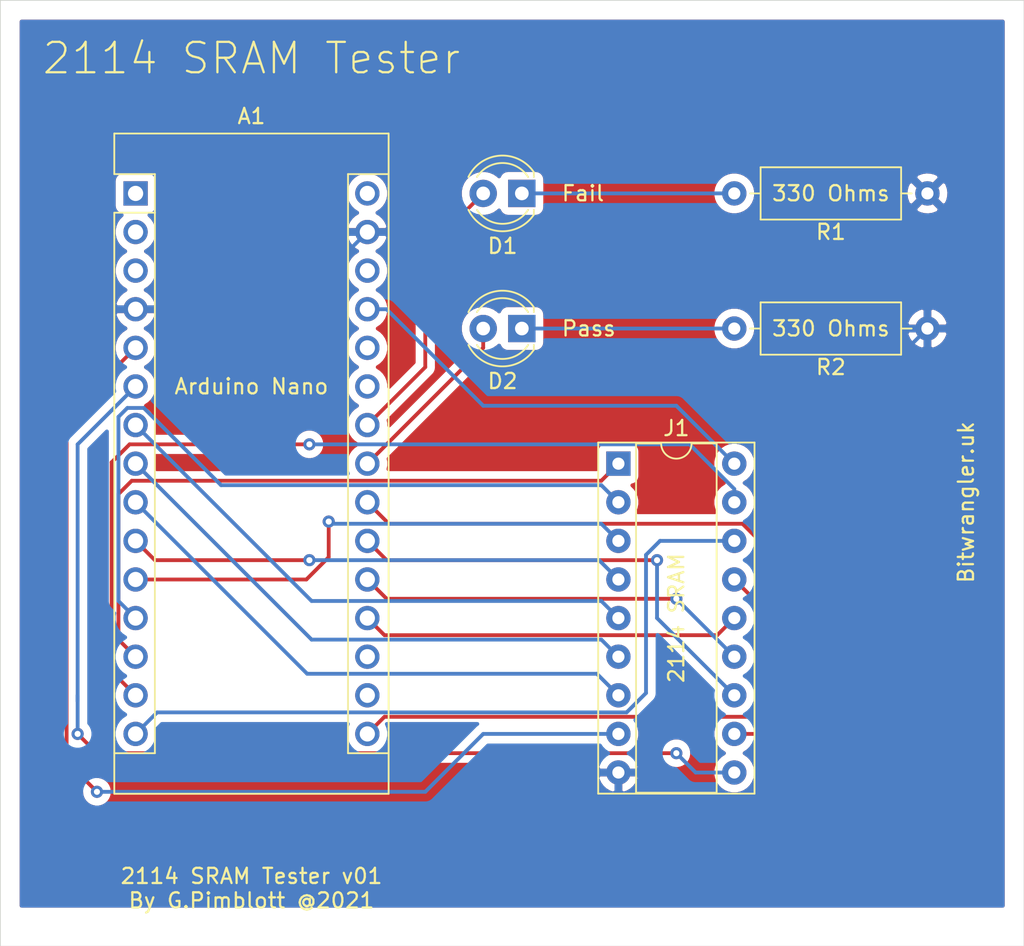
<source format=kicad_pcb>
(kicad_pcb (version 20171130) (host pcbnew "(5.1.10)-1")

  (general
    (thickness 1.6)
    (drawings 13)
    (tracks 107)
    (zones 0)
    (modules 6)
    (nets 32)
  )

  (page A4)
  (layers
    (0 F.Cu signal)
    (31 B.Cu signal)
    (32 B.Adhes user)
    (33 F.Adhes user)
    (34 B.Paste user)
    (35 F.Paste user)
    (36 B.SilkS user)
    (37 F.SilkS user)
    (38 B.Mask user)
    (39 F.Mask user)
    (40 Dwgs.User user)
    (41 Cmts.User user)
    (42 Eco1.User user)
    (43 Eco2.User user)
    (44 Edge.Cuts user)
    (45 Margin user)
    (46 B.CrtYd user)
    (47 F.CrtYd user)
    (48 B.Fab user)
    (49 F.Fab user hide)
  )

  (setup
    (last_trace_width 0.25)
    (trace_clearance 0.2)
    (zone_clearance 0.508)
    (zone_45_only no)
    (trace_min 0.2)
    (via_size 0.8)
    (via_drill 0.4)
    (via_min_size 0.4)
    (via_min_drill 0.3)
    (uvia_size 0.3)
    (uvia_drill 0.1)
    (uvias_allowed no)
    (uvia_min_size 0.2)
    (uvia_min_drill 0.1)
    (edge_width 0.05)
    (segment_width 0.2)
    (pcb_text_width 0.3)
    (pcb_text_size 1.5 1.5)
    (mod_edge_width 0.12)
    (mod_text_size 1 1)
    (mod_text_width 0.15)
    (pad_size 1.524 1.524)
    (pad_drill 0.762)
    (pad_to_mask_clearance 0)
    (aux_axis_origin 0 0)
    (grid_origin 148.59 49.53)
    (visible_elements 7FFFF7FF)
    (pcbplotparams
      (layerselection 0x010fc_ffffffff)
      (usegerberextensions false)
      (usegerberattributes true)
      (usegerberadvancedattributes true)
      (creategerberjobfile true)
      (excludeedgelayer true)
      (linewidth 0.100000)
      (plotframeref false)
      (viasonmask false)
      (mode 1)
      (useauxorigin false)
      (hpglpennumber 1)
      (hpglpenspeed 20)
      (hpglpendiameter 15.000000)
      (psnegative false)
      (psa4output false)
      (plotreference true)
      (plotvalue true)
      (plotinvisibletext false)
      (padsonsilk false)
      (subtractmaskfromsilk false)
      (outputformat 1)
      (mirror false)
      (drillshape 1)
      (scaleselection 1)
      (outputdirectory ""))
  )

  (net 0 "")
  (net 1 SRAM_A9)
  (net 2 SRAM_A8)
  (net 3 "Net-(A1-Pad30)")
  (net 4 SRAM_A7)
  (net 5 GND)
  (net 6 SRAM_A6)
  (net 7 "Net-(A1-Pad28)")
  (net 8 SRAM_A5)
  (net 9 5vPower)
  (net 10 SRAM_A4)
  (net 11 "Net-(A1-Pad26)")
  (net 12 SRAM_A3)
  (net 13 "Net-(A1-Pad25)")
  (net 14 SRAM_A2)
  (net 15 Red_LED)
  (net 16 SRAM_A1)
  (net 17 Green_LED)
  (net 18 SRAM_A0)
  (net 19 Data_4)
  (net 20 Write_Enable)
  (net 21 Data_3)
  (net 22 Chip_Select)
  (net 23 Data_2)
  (net 24 Data_1)
  (net 25 "Net-(A1-Pad3)")
  (net 26 "Net-(A1-Pad18)")
  (net 27 "Net-(A1-Pad2)")
  (net 28 "Net-(A1-Pad17)")
  (net 29 "Net-(A1-Pad1)")
  (net 30 "Net-(D1-Pad1)")
  (net 31 "Net-(D2-Pad1)")

  (net_class Default "This is the default net class."
    (clearance 0.2)
    (trace_width 0.25)
    (via_dia 0.8)
    (via_drill 0.4)
    (uvia_dia 0.3)
    (uvia_drill 0.1)
    (add_net 5vPower)
    (add_net Chip_Select)
    (add_net Data_1)
    (add_net Data_2)
    (add_net Data_3)
    (add_net Data_4)
    (add_net GND)
    (add_net Green_LED)
    (add_net "Net-(A1-Pad1)")
    (add_net "Net-(A1-Pad17)")
    (add_net "Net-(A1-Pad18)")
    (add_net "Net-(A1-Pad2)")
    (add_net "Net-(A1-Pad25)")
    (add_net "Net-(A1-Pad26)")
    (add_net "Net-(A1-Pad28)")
    (add_net "Net-(A1-Pad3)")
    (add_net "Net-(A1-Pad30)")
    (add_net "Net-(D1-Pad1)")
    (add_net "Net-(D2-Pad1)")
    (add_net Red_LED)
    (add_net SRAM_A0)
    (add_net SRAM_A1)
    (add_net SRAM_A2)
    (add_net SRAM_A3)
    (add_net SRAM_A4)
    (add_net SRAM_A5)
    (add_net SRAM_A6)
    (add_net SRAM_A7)
    (add_net SRAM_A8)
    (add_net SRAM_A9)
    (add_net Write_Enable)
  )

  (module Resistor_THT:R_Axial_DIN0309_L9.0mm_D3.2mm_P12.70mm_Horizontal (layer F.Cu) (tedit 5AE5139B) (tstamp 60E356F9)
    (at 138.43 71.12)
    (descr "Resistor, Axial_DIN0309 series, Axial, Horizontal, pin pitch=12.7mm, 0.5W = 1/2W, length*diameter=9*3.2mm^2, http://cdn-reichelt.de/documents/datenblatt/B400/1_4W%23YAG.pdf")
    (tags "Resistor Axial_DIN0309 series Axial Horizontal pin pitch 12.7mm 0.5W = 1/2W length 9mm diameter 3.2mm")
    (path /60E674CF)
    (fp_text reference R2 (at 6.35 2.54) (layer F.SilkS)
      (effects (font (size 1 1) (thickness 0.15)))
    )
    (fp_text value 330Ohms (at 6.35 2.72) (layer F.Fab)
      (effects (font (size 1 1) (thickness 0.15)))
    )
    (fp_line (start 1.85 -1.6) (end 1.85 1.6) (layer F.Fab) (width 0.1))
    (fp_line (start 1.85 1.6) (end 10.85 1.6) (layer F.Fab) (width 0.1))
    (fp_line (start 10.85 1.6) (end 10.85 -1.6) (layer F.Fab) (width 0.1))
    (fp_line (start 10.85 -1.6) (end 1.85 -1.6) (layer F.Fab) (width 0.1))
    (fp_line (start 0 0) (end 1.85 0) (layer F.Fab) (width 0.1))
    (fp_line (start 12.7 0) (end 10.85 0) (layer F.Fab) (width 0.1))
    (fp_line (start 1.73 -1.72) (end 1.73 1.72) (layer F.SilkS) (width 0.12))
    (fp_line (start 1.73 1.72) (end 10.97 1.72) (layer F.SilkS) (width 0.12))
    (fp_line (start 10.97 1.72) (end 10.97 -1.72) (layer F.SilkS) (width 0.12))
    (fp_line (start 10.97 -1.72) (end 1.73 -1.72) (layer F.SilkS) (width 0.12))
    (fp_line (start 1.04 0) (end 1.73 0) (layer F.SilkS) (width 0.12))
    (fp_line (start 11.66 0) (end 10.97 0) (layer F.SilkS) (width 0.12))
    (fp_line (start -1.05 -1.85) (end -1.05 1.85) (layer F.CrtYd) (width 0.05))
    (fp_line (start -1.05 1.85) (end 13.75 1.85) (layer F.CrtYd) (width 0.05))
    (fp_line (start 13.75 1.85) (end 13.75 -1.85) (layer F.CrtYd) (width 0.05))
    (fp_line (start 13.75 -1.85) (end -1.05 -1.85) (layer F.CrtYd) (width 0.05))
    (fp_text user %R (at 6.35 0) (layer F.Fab)
      (effects (font (size 1 1) (thickness 0.15)))
    )
    (pad 2 thru_hole oval (at 12.7 0) (size 1.6 1.6) (drill 0.8) (layers *.Cu *.Mask)
      (net 5 GND))
    (pad 1 thru_hole circle (at 0 0) (size 1.6 1.6) (drill 0.8) (layers *.Cu *.Mask)
      (net 31 "Net-(D2-Pad1)"))
    (model ${KISYS3DMOD}/Resistor_THT.3dshapes/R_Axial_DIN0309_L9.0mm_D3.2mm_P12.70mm_Horizontal.wrl
      (at (xyz 0 0 0))
      (scale (xyz 1 1 1))
      (rotate (xyz 0 0 0))
    )
  )

  (module Resistor_THT:R_Axial_DIN0309_L9.0mm_D3.2mm_P12.70mm_Horizontal (layer F.Cu) (tedit 5AE5139B) (tstamp 60E356E3)
    (at 151.13 62.23 180)
    (descr "Resistor, Axial_DIN0309 series, Axial, Horizontal, pin pitch=12.7mm, 0.5W = 1/2W, length*diameter=9*3.2mm^2, http://cdn-reichelt.de/documents/datenblatt/B400/1_4W%23YAG.pdf")
    (tags "Resistor Axial_DIN0309 series Axial Horizontal pin pitch 12.7mm 0.5W = 1/2W length 9mm diameter 3.2mm")
    (path /60E67B0F)
    (fp_text reference R1 (at 6.35 -2.54) (layer F.SilkS)
      (effects (font (size 1 1) (thickness 0.15)))
    )
    (fp_text value 330Ohms (at 6.35 2.72) (layer F.Fab)
      (effects (font (size 1 1) (thickness 0.15)))
    )
    (fp_line (start 1.85 -1.6) (end 1.85 1.6) (layer F.Fab) (width 0.1))
    (fp_line (start 1.85 1.6) (end 10.85 1.6) (layer F.Fab) (width 0.1))
    (fp_line (start 10.85 1.6) (end 10.85 -1.6) (layer F.Fab) (width 0.1))
    (fp_line (start 10.85 -1.6) (end 1.85 -1.6) (layer F.Fab) (width 0.1))
    (fp_line (start 0 0) (end 1.85 0) (layer F.Fab) (width 0.1))
    (fp_line (start 12.7 0) (end 10.85 0) (layer F.Fab) (width 0.1))
    (fp_line (start 1.73 -1.72) (end 1.73 1.72) (layer F.SilkS) (width 0.12))
    (fp_line (start 1.73 1.72) (end 10.97 1.72) (layer F.SilkS) (width 0.12))
    (fp_line (start 10.97 1.72) (end 10.97 -1.72) (layer F.SilkS) (width 0.12))
    (fp_line (start 10.97 -1.72) (end 1.73 -1.72) (layer F.SilkS) (width 0.12))
    (fp_line (start 1.04 0) (end 1.73 0) (layer F.SilkS) (width 0.12))
    (fp_line (start 11.66 0) (end 10.97 0) (layer F.SilkS) (width 0.12))
    (fp_line (start -1.05 -1.85) (end -1.05 1.85) (layer F.CrtYd) (width 0.05))
    (fp_line (start -1.05 1.85) (end 13.75 1.85) (layer F.CrtYd) (width 0.05))
    (fp_line (start 13.75 1.85) (end 13.75 -1.85) (layer F.CrtYd) (width 0.05))
    (fp_line (start 13.75 -1.85) (end -1.05 -1.85) (layer F.CrtYd) (width 0.05))
    (fp_text user %R (at 6.35 0) (layer F.Fab)
      (effects (font (size 1 1) (thickness 0.15)))
    )
    (pad 2 thru_hole oval (at 12.7 0 180) (size 1.6 1.6) (drill 0.8) (layers *.Cu *.Mask)
      (net 30 "Net-(D1-Pad1)"))
    (pad 1 thru_hole circle (at 0 0 180) (size 1.6 1.6) (drill 0.8) (layers *.Cu *.Mask)
      (net 5 GND))
    (model ${KISYS3DMOD}/Resistor_THT.3dshapes/R_Axial_DIN0309_L9.0mm_D3.2mm_P12.70mm_Horizontal.wrl
      (at (xyz 0 0 0))
      (scale (xyz 1 1 1))
      (rotate (xyz 0 0 0))
    )
  )

  (module Module:Arduino_Nano (layer F.Cu) (tedit 58ACAF70) (tstamp 60E20441)
    (at 99.06 62.23)
    (descr "Arduino Nano, http://www.mouser.com/pdfdocs/Gravitech_Arduino_Nano3_0.pdf")
    (tags "Arduino Nano")
    (path /60DF5BD0)
    (fp_text reference A1 (at 7.62 -5.08) (layer F.SilkS)
      (effects (font (size 1 1) (thickness 0.15)))
    )
    (fp_text value Arduino_Nano_v3.x (at 8.89 19.05 90) (layer F.Fab)
      (effects (font (size 1 1) (thickness 0.15)))
    )
    (fp_line (start 1.27 1.27) (end 1.27 -1.27) (layer F.SilkS) (width 0.12))
    (fp_line (start 1.27 -1.27) (end -1.4 -1.27) (layer F.SilkS) (width 0.12))
    (fp_line (start -1.4 1.27) (end -1.4 39.5) (layer F.SilkS) (width 0.12))
    (fp_line (start -1.4 -3.94) (end -1.4 -1.27) (layer F.SilkS) (width 0.12))
    (fp_line (start 13.97 -1.27) (end 16.64 -1.27) (layer F.SilkS) (width 0.12))
    (fp_line (start 13.97 -1.27) (end 13.97 36.83) (layer F.SilkS) (width 0.12))
    (fp_line (start 13.97 36.83) (end 16.64 36.83) (layer F.SilkS) (width 0.12))
    (fp_line (start 1.27 1.27) (end -1.4 1.27) (layer F.SilkS) (width 0.12))
    (fp_line (start 1.27 1.27) (end 1.27 36.83) (layer F.SilkS) (width 0.12))
    (fp_line (start 1.27 36.83) (end -1.4 36.83) (layer F.SilkS) (width 0.12))
    (fp_line (start 3.81 31.75) (end 11.43 31.75) (layer F.Fab) (width 0.1))
    (fp_line (start 11.43 31.75) (end 11.43 41.91) (layer F.Fab) (width 0.1))
    (fp_line (start 11.43 41.91) (end 3.81 41.91) (layer F.Fab) (width 0.1))
    (fp_line (start 3.81 41.91) (end 3.81 31.75) (layer F.Fab) (width 0.1))
    (fp_line (start -1.4 39.5) (end 16.64 39.5) (layer F.SilkS) (width 0.12))
    (fp_line (start 16.64 39.5) (end 16.64 -3.94) (layer F.SilkS) (width 0.12))
    (fp_line (start 16.64 -3.94) (end -1.4 -3.94) (layer F.SilkS) (width 0.12))
    (fp_line (start 16.51 39.37) (end -1.27 39.37) (layer F.Fab) (width 0.1))
    (fp_line (start -1.27 39.37) (end -1.27 -2.54) (layer F.Fab) (width 0.1))
    (fp_line (start -1.27 -2.54) (end 0 -3.81) (layer F.Fab) (width 0.1))
    (fp_line (start 0 -3.81) (end 16.51 -3.81) (layer F.Fab) (width 0.1))
    (fp_line (start 16.51 -3.81) (end 16.51 39.37) (layer F.Fab) (width 0.1))
    (fp_line (start -1.53 -4.06) (end 16.75 -4.06) (layer F.CrtYd) (width 0.05))
    (fp_line (start -1.53 -4.06) (end -1.53 42.16) (layer F.CrtYd) (width 0.05))
    (fp_line (start 16.75 42.16) (end 16.75 -4.06) (layer F.CrtYd) (width 0.05))
    (fp_line (start 16.75 42.16) (end -1.53 42.16) (layer F.CrtYd) (width 0.05))
    (fp_text user %R (at 6.35 19.05 90) (layer F.Fab)
      (effects (font (size 1 1) (thickness 0.15)))
    )
    (pad 16 thru_hole oval (at 15.24 35.56) (size 1.6 1.6) (drill 1) (layers *.Cu *.Mask)
      (net 1 SRAM_A9))
    (pad 15 thru_hole oval (at 0 35.56) (size 1.6 1.6) (drill 1) (layers *.Cu *.Mask)
      (net 2 SRAM_A8))
    (pad 30 thru_hole oval (at 15.24 0) (size 1.6 1.6) (drill 1) (layers *.Cu *.Mask)
      (net 3 "Net-(A1-Pad30)"))
    (pad 14 thru_hole oval (at 0 33.02) (size 1.6 1.6) (drill 1) (layers *.Cu *.Mask)
      (net 4 SRAM_A7))
    (pad 29 thru_hole oval (at 15.24 2.54) (size 1.6 1.6) (drill 1) (layers *.Cu *.Mask)
      (net 5 GND))
    (pad 13 thru_hole oval (at 0 30.48) (size 1.6 1.6) (drill 1) (layers *.Cu *.Mask)
      (net 6 SRAM_A6))
    (pad 28 thru_hole oval (at 15.24 5.08) (size 1.6 1.6) (drill 1) (layers *.Cu *.Mask)
      (net 7 "Net-(A1-Pad28)"))
    (pad 12 thru_hole oval (at 0 27.94) (size 1.6 1.6) (drill 1) (layers *.Cu *.Mask)
      (net 8 SRAM_A5))
    (pad 27 thru_hole oval (at 15.24 7.62) (size 1.6 1.6) (drill 1) (layers *.Cu *.Mask)
      (net 9 5vPower))
    (pad 11 thru_hole oval (at 0 25.4) (size 1.6 1.6) (drill 1) (layers *.Cu *.Mask)
      (net 10 SRAM_A4))
    (pad 26 thru_hole oval (at 15.24 10.16) (size 1.6 1.6) (drill 1) (layers *.Cu *.Mask)
      (net 11 "Net-(A1-Pad26)"))
    (pad 10 thru_hole oval (at 0 22.86) (size 1.6 1.6) (drill 1) (layers *.Cu *.Mask)
      (net 12 SRAM_A3))
    (pad 25 thru_hole oval (at 15.24 12.7) (size 1.6 1.6) (drill 1) (layers *.Cu *.Mask)
      (net 13 "Net-(A1-Pad25)"))
    (pad 9 thru_hole oval (at 0 20.32) (size 1.6 1.6) (drill 1) (layers *.Cu *.Mask)
      (net 14 SRAM_A2))
    (pad 24 thru_hole oval (at 15.24 15.24) (size 1.6 1.6) (drill 1) (layers *.Cu *.Mask)
      (net 15 Red_LED))
    (pad 8 thru_hole oval (at 0 17.78) (size 1.6 1.6) (drill 1) (layers *.Cu *.Mask)
      (net 16 SRAM_A1))
    (pad 23 thru_hole oval (at 15.24 17.78) (size 1.6 1.6) (drill 1) (layers *.Cu *.Mask)
      (net 17 Green_LED))
    (pad 7 thru_hole oval (at 0 15.24) (size 1.6 1.6) (drill 1) (layers *.Cu *.Mask)
      (net 18 SRAM_A0))
    (pad 22 thru_hole oval (at 15.24 20.32) (size 1.6 1.6) (drill 1) (layers *.Cu *.Mask)
      (net 19 Data_4))
    (pad 6 thru_hole oval (at 0 12.7) (size 1.6 1.6) (drill 1) (layers *.Cu *.Mask)
      (net 20 Write_Enable))
    (pad 21 thru_hole oval (at 15.24 22.86) (size 1.6 1.6) (drill 1) (layers *.Cu *.Mask)
      (net 21 Data_3))
    (pad 5 thru_hole oval (at 0 10.16) (size 1.6 1.6) (drill 1) (layers *.Cu *.Mask)
      (net 22 Chip_Select))
    (pad 20 thru_hole oval (at 15.24 25.4) (size 1.6 1.6) (drill 1) (layers *.Cu *.Mask)
      (net 23 Data_2))
    (pad 4 thru_hole oval (at 0 7.62) (size 1.6 1.6) (drill 1) (layers *.Cu *.Mask)
      (net 5 GND))
    (pad 19 thru_hole oval (at 15.24 27.94) (size 1.6 1.6) (drill 1) (layers *.Cu *.Mask)
      (net 24 Data_1))
    (pad 3 thru_hole oval (at 0 5.08) (size 1.6 1.6) (drill 1) (layers *.Cu *.Mask)
      (net 25 "Net-(A1-Pad3)"))
    (pad 18 thru_hole oval (at 15.24 30.48) (size 1.6 1.6) (drill 1) (layers *.Cu *.Mask)
      (net 26 "Net-(A1-Pad18)"))
    (pad 2 thru_hole oval (at 0 2.54) (size 1.6 1.6) (drill 1) (layers *.Cu *.Mask)
      (net 27 "Net-(A1-Pad2)"))
    (pad 17 thru_hole oval (at 15.24 33.02) (size 1.6 1.6) (drill 1) (layers *.Cu *.Mask)
      (net 28 "Net-(A1-Pad17)"))
    (pad 1 thru_hole rect (at 0 0) (size 1.6 1.6) (drill 1) (layers *.Cu *.Mask)
      (net 29 "Net-(A1-Pad1)"))
    (model ${KISYS3DMOD}/Module.3dshapes/Arduino_Nano_WithMountingHoles.wrl
      (at (xyz 0 0 0))
      (scale (xyz 1 1 1))
      (rotate (xyz 0 0 0))
    )
  )

  (module Package_DIP:DIP-18_W7.62mm_Socket (layer F.Cu) (tedit 5A02E8C5) (tstamp 60E1FF07)
    (at 130.81 80.01)
    (descr "18-lead though-hole mounted DIP package, row spacing 7.62 mm (300 mils), Socket")
    (tags "THT DIP DIL PDIP 2.54mm 7.62mm 300mil Socket")
    (path /60DF7143)
    (fp_text reference J1 (at 3.81 -2.33) (layer F.SilkS)
      (effects (font (size 1 1) (thickness 0.15)))
    )
    (fp_text value Conn_02x09_Counter_Clockwise (at 3.81 22.65) (layer F.Fab)
      (effects (font (size 1 1) (thickness 0.15)))
    )
    (fp_line (start 1.635 -1.27) (end 6.985 -1.27) (layer F.Fab) (width 0.1))
    (fp_line (start 6.985 -1.27) (end 6.985 21.59) (layer F.Fab) (width 0.1))
    (fp_line (start 6.985 21.59) (end 0.635 21.59) (layer F.Fab) (width 0.1))
    (fp_line (start 0.635 21.59) (end 0.635 -0.27) (layer F.Fab) (width 0.1))
    (fp_line (start 0.635 -0.27) (end 1.635 -1.27) (layer F.Fab) (width 0.1))
    (fp_line (start -1.27 -1.33) (end -1.27 21.65) (layer F.Fab) (width 0.1))
    (fp_line (start -1.27 21.65) (end 8.89 21.65) (layer F.Fab) (width 0.1))
    (fp_line (start 8.89 21.65) (end 8.89 -1.33) (layer F.Fab) (width 0.1))
    (fp_line (start 8.89 -1.33) (end -1.27 -1.33) (layer F.Fab) (width 0.1))
    (fp_line (start 2.81 -1.33) (end 1.16 -1.33) (layer F.SilkS) (width 0.12))
    (fp_line (start 1.16 -1.33) (end 1.16 21.65) (layer F.SilkS) (width 0.12))
    (fp_line (start 1.16 21.65) (end 6.46 21.65) (layer F.SilkS) (width 0.12))
    (fp_line (start 6.46 21.65) (end 6.46 -1.33) (layer F.SilkS) (width 0.12))
    (fp_line (start 6.46 -1.33) (end 4.81 -1.33) (layer F.SilkS) (width 0.12))
    (fp_line (start -1.33 -1.39) (end -1.33 21.71) (layer F.SilkS) (width 0.12))
    (fp_line (start -1.33 21.71) (end 8.95 21.71) (layer F.SilkS) (width 0.12))
    (fp_line (start 8.95 21.71) (end 8.95 -1.39) (layer F.SilkS) (width 0.12))
    (fp_line (start 8.95 -1.39) (end -1.33 -1.39) (layer F.SilkS) (width 0.12))
    (fp_line (start -1.55 -1.6) (end -1.55 21.9) (layer F.CrtYd) (width 0.05))
    (fp_line (start -1.55 21.9) (end 9.15 21.9) (layer F.CrtYd) (width 0.05))
    (fp_line (start 9.15 21.9) (end 9.15 -1.6) (layer F.CrtYd) (width 0.05))
    (fp_line (start 9.15 -1.6) (end -1.55 -1.6) (layer F.CrtYd) (width 0.05))
    (fp_text user %R (at 3.81 10.16) (layer F.Fab)
      (effects (font (size 1 1) (thickness 0.15)))
    )
    (fp_arc (start 3.81 -1.33) (end 2.81 -1.33) (angle -180) (layer F.SilkS) (width 0.12))
    (pad 18 thru_hole oval (at 7.62 0) (size 1.6 1.6) (drill 0.8) (layers *.Cu *.Mask)
      (net 9 5vPower))
    (pad 9 thru_hole oval (at 0 20.32) (size 1.6 1.6) (drill 0.8) (layers *.Cu *.Mask)
      (net 5 GND))
    (pad 17 thru_hole oval (at 7.62 2.54) (size 1.6 1.6) (drill 0.8) (layers *.Cu *.Mask)
      (net 4 SRAM_A7))
    (pad 8 thru_hole oval (at 0 17.78) (size 1.6 1.6) (drill 0.8) (layers *.Cu *.Mask)
      (net 22 Chip_Select))
    (pad 16 thru_hole oval (at 7.62 5.08) (size 1.6 1.6) (drill 0.8) (layers *.Cu *.Mask)
      (net 2 SRAM_A8))
    (pad 7 thru_hole oval (at 0 15.24) (size 1.6 1.6) (drill 0.8) (layers *.Cu *.Mask)
      (net 14 SRAM_A2))
    (pad 15 thru_hole oval (at 7.62 7.62) (size 1.6 1.6) (drill 0.8) (layers *.Cu *.Mask)
      (net 1 SRAM_A9))
    (pad 6 thru_hole oval (at 0 12.7) (size 1.6 1.6) (drill 0.8) (layers *.Cu *.Mask)
      (net 16 SRAM_A1))
    (pad 14 thru_hole oval (at 7.62 10.16) (size 1.6 1.6) (drill 0.8) (layers *.Cu *.Mask)
      (net 24 Data_1))
    (pad 5 thru_hole oval (at 0 10.16) (size 1.6 1.6) (drill 0.8) (layers *.Cu *.Mask)
      (net 18 SRAM_A0))
    (pad 13 thru_hole oval (at 7.62 12.7) (size 1.6 1.6) (drill 0.8) (layers *.Cu *.Mask)
      (net 23 Data_2))
    (pad 4 thru_hole oval (at 0 7.62) (size 1.6 1.6) (drill 0.8) (layers *.Cu *.Mask)
      (net 12 SRAM_A3))
    (pad 12 thru_hole oval (at 7.62 15.24) (size 1.6 1.6) (drill 0.8) (layers *.Cu *.Mask)
      (net 21 Data_3))
    (pad 3 thru_hole oval (at 0 5.08) (size 1.6 1.6) (drill 0.8) (layers *.Cu *.Mask)
      (net 10 SRAM_A4))
    (pad 11 thru_hole oval (at 7.62 17.78) (size 1.6 1.6) (drill 0.8) (layers *.Cu *.Mask)
      (net 19 Data_4))
    (pad 2 thru_hole oval (at 0 2.54) (size 1.6 1.6) (drill 0.8) (layers *.Cu *.Mask)
      (net 8 SRAM_A5))
    (pad 10 thru_hole oval (at 7.62 20.32) (size 1.6 1.6) (drill 0.8) (layers *.Cu *.Mask)
      (net 20 Write_Enable))
    (pad 1 thru_hole rect (at 0 0) (size 1.6 1.6) (drill 0.8) (layers *.Cu *.Mask)
      (net 6 SRAM_A6))
    (model ${KISYS3DMOD}/Package_DIP.3dshapes/DIP-18_W7.62mm_Socket.wrl
      (at (xyz 0 0 0))
      (scale (xyz 1 1 1))
      (rotate (xyz 0 0 0))
    )
  )

  (module LED_THT:LED_D4.0mm (layer F.Cu) (tedit 587A3A7B) (tstamp 60E1FED9)
    (at 124.46 71.12 180)
    (descr "LED, diameter 4.0mm, 2 pins, http://www.kingbright.com/attachments/file/psearch/000/00/00/L-43GD(Ver.12B).pdf")
    (tags "LED diameter 4.0mm 2 pins")
    (path /60DFB23B)
    (fp_text reference D2 (at 1.27 -3.46) (layer F.SilkS)
      (effects (font (size 1 1) (thickness 0.15)))
    )
    (fp_text value "GREEN LED" (at 1.27 3.46) (layer F.Fab)
      (effects (font (size 1 1) (thickness 0.15)))
    )
    (fp_circle (center 1.27 0) (end 3.27 0) (layer F.Fab) (width 0.1))
    (fp_line (start -0.73 -1.32665) (end -0.73 1.32665) (layer F.Fab) (width 0.1))
    (fp_line (start -0.79 -1.399) (end -0.79 -1.08) (layer F.SilkS) (width 0.12))
    (fp_line (start -0.79 1.08) (end -0.79 1.399) (layer F.SilkS) (width 0.12))
    (fp_line (start -1.45 -2.75) (end -1.45 2.75) (layer F.CrtYd) (width 0.05))
    (fp_line (start -1.45 2.75) (end 4 2.75) (layer F.CrtYd) (width 0.05))
    (fp_line (start 4 2.75) (end 4 -2.75) (layer F.CrtYd) (width 0.05))
    (fp_line (start 4 -2.75) (end -1.45 -2.75) (layer F.CrtYd) (width 0.05))
    (fp_arc (start 1.27 0) (end -0.41333 1.08) (angle -114.6) (layer F.SilkS) (width 0.12))
    (fp_arc (start 1.27 0) (end -0.41333 -1.08) (angle 114.6) (layer F.SilkS) (width 0.12))
    (fp_arc (start 1.27 0) (end -0.79 1.398749) (angle -120.1) (layer F.SilkS) (width 0.12))
    (fp_arc (start 1.27 0) (end -0.79 -1.398749) (angle 120.1) (layer F.SilkS) (width 0.12))
    (fp_arc (start 1.27 0) (end -0.73 -1.32665) (angle 292.9) (layer F.Fab) (width 0.1))
    (pad 2 thru_hole circle (at 2.54 0 180) (size 1.8 1.8) (drill 0.9) (layers *.Cu *.Mask)
      (net 17 Green_LED))
    (pad 1 thru_hole rect (at 0 0 180) (size 1.8 1.8) (drill 0.9) (layers *.Cu *.Mask)
      (net 31 "Net-(D2-Pad1)"))
    (model ${KISYS3DMOD}/LED_THT.3dshapes/LED_D4.0mm.wrl
      (at (xyz 0 0 0))
      (scale (xyz 1 1 1))
      (rotate (xyz 0 0 0))
    )
  )

  (module LED_THT:LED_D4.0mm (layer F.Cu) (tedit 587A3A7B) (tstamp 60E1FEC6)
    (at 124.46 62.23 180)
    (descr "LED, diameter 4.0mm, 2 pins, http://www.kingbright.com/attachments/file/psearch/000/00/00/L-43GD(Ver.12B).pdf")
    (tags "LED diameter 4.0mm 2 pins")
    (path /60DFBD33)
    (fp_text reference D1 (at 1.27 -3.46) (layer F.SilkS)
      (effects (font (size 1 1) (thickness 0.15)))
    )
    (fp_text value "RED LED" (at 1.27 3.46) (layer F.Fab)
      (effects (font (size 1 1) (thickness 0.15)))
    )
    (fp_circle (center 1.27 0) (end 3.27 0) (layer F.Fab) (width 0.1))
    (fp_line (start -0.73 -1.32665) (end -0.73 1.32665) (layer F.Fab) (width 0.1))
    (fp_line (start -0.79 -1.399) (end -0.79 -1.08) (layer F.SilkS) (width 0.12))
    (fp_line (start -0.79 1.08) (end -0.79 1.399) (layer F.SilkS) (width 0.12))
    (fp_line (start -1.45 -2.75) (end -1.45 2.75) (layer F.CrtYd) (width 0.05))
    (fp_line (start -1.45 2.75) (end 4 2.75) (layer F.CrtYd) (width 0.05))
    (fp_line (start 4 2.75) (end 4 -2.75) (layer F.CrtYd) (width 0.05))
    (fp_line (start 4 -2.75) (end -1.45 -2.75) (layer F.CrtYd) (width 0.05))
    (fp_arc (start 1.27 0) (end -0.41333 1.08) (angle -114.6) (layer F.SilkS) (width 0.12))
    (fp_arc (start 1.27 0) (end -0.41333 -1.08) (angle 114.6) (layer F.SilkS) (width 0.12))
    (fp_arc (start 1.27 0) (end -0.79 1.398749) (angle -120.1) (layer F.SilkS) (width 0.12))
    (fp_arc (start 1.27 0) (end -0.79 -1.398749) (angle 120.1) (layer F.SilkS) (width 0.12))
    (fp_arc (start 1.27 0) (end -0.73 -1.32665) (angle 292.9) (layer F.Fab) (width 0.1))
    (pad 2 thru_hole circle (at 2.54 0 180) (size 1.8 1.8) (drill 0.9) (layers *.Cu *.Mask)
      (net 15 Red_LED))
    (pad 1 thru_hole rect (at 0 0 180) (size 1.8 1.8) (drill 0.9) (layers *.Cu *.Mask)
      (net 30 "Net-(D1-Pad1)"))
    (model ${KISYS3DMOD}/LED_THT.3dshapes/LED_D4.0mm.wrl
      (at (xyz 0 0 0))
      (scale (xyz 1 1 1))
      (rotate (xyz 0 0 0))
    )
  )

  (gr_text "2114 SRAM" (at 134.62 90.17 90) (layer F.SilkS)
    (effects (font (size 1 1) (thickness 0.15)))
  )
  (gr_text "Arduino Nano" (at 106.68 74.93) (layer F.SilkS)
    (effects (font (size 1 1) (thickness 0.15)))
  )
  (gr_text "330 Ohms" (at 144.78 62.23) (layer F.SilkS) (tstamp 60E3BF18)
    (effects (font (size 1 1) (thickness 0.15)))
  )
  (gr_text "330 Ohms" (at 144.78 71.12) (layer F.SilkS)
    (effects (font (size 1 1) (thickness 0.15)))
  )
  (gr_line (start 157.48 111.76) (end 90.17 111.76) (layer Edge.Cuts) (width 0.05) (tstamp 60E3BB0B))
  (gr_line (start 157.48 49.53) (end 157.48 111.76) (layer Edge.Cuts) (width 0.05))
  (gr_line (start 90.17 49.53) (end 157.48 49.53) (layer Edge.Cuts) (width 0.05))
  (gr_line (start 90.17 111.76) (end 90.17 49.53) (layer Edge.Cuts) (width 0.05))
  (gr_text Pass (at 127 71.12) (layer F.SilkS) (tstamp 60E3C03C)
    (effects (font (size 1 1) (thickness 0.15)) (justify left))
  )
  (gr_text Fail (at 127 62.23) (layer F.SilkS)
    (effects (font (size 1 1) (thickness 0.15)) (justify left))
  )
  (gr_text Bitwrangler.uk (at 153.67 82.55 90) (layer F.SilkS)
    (effects (font (size 1 1) (thickness 0.15)))
  )
  (gr_text "2114 SRAM Tester" (at 106.68 53.34) (layer F.SilkS)
    (effects (font (size 2 2) (thickness 0.15)))
  )
  (gr_text "2114 SRAM Tester v01\nBy G.Pimblott @2021" (at 106.68 107.95) (layer F.SilkS)
    (effects (font (size 1 1) (thickness 0.15)))
  )

  (segment (start 115.425001 96.664999) (end 142.095001 96.664999) (width 0.25) (layer F.Cu) (net 1))
  (segment (start 114.3 97.79) (end 115.425001 96.664999) (width 0.25) (layer F.Cu) (net 1))
  (segment (start 142.095001 96.664999) (end 143.51 95.25) (width 0.25) (layer F.Cu) (net 1))
  (segment (start 143.51 92.71) (end 138.43 87.63) (width 0.25) (layer F.Cu) (net 1))
  (segment (start 143.51 95.25) (end 143.51 92.71) (width 0.25) (layer F.Cu) (net 1))
  (segment (start 133.546998 85.09) (end 138.43 85.09) (width 0.25) (layer B.Cu) (net 2))
  (segment (start 132.624999 86.011999) (end 133.546998 85.09) (width 0.25) (layer B.Cu) (net 2))
  (segment (start 132.624999 95.100003) (end 132.624999 86.011999) (width 0.25) (layer B.Cu) (net 2))
  (segment (start 131.350001 96.375001) (end 132.624999 95.100003) (width 0.25) (layer B.Cu) (net 2))
  (segment (start 100.474999 96.375001) (end 131.350001 96.375001) (width 0.25) (layer B.Cu) (net 2))
  (segment (start 99.06 97.79) (end 100.474999 96.375001) (width 0.25) (layer B.Cu) (net 2))
  (segment (start 98.664998 78.74) (end 110.49 78.74) (width 0.25) (layer F.Cu) (net 4))
  (segment (start 97.48499 79.920008) (end 98.664998 78.74) (width 0.25) (layer F.Cu) (net 4))
  (segment (start 97.48499 93.67499) (end 97.48499 79.920008) (width 0.25) (layer F.Cu) (net 4))
  (via (at 110.49 78.74) (size 0.8) (drill 0.4) (layers F.Cu B.Cu) (net 4))
  (segment (start 99.06 95.25) (end 97.48499 93.67499) (width 0.25) (layer F.Cu) (net 4))
  (segment (start 138.43 81.675002) (end 138.43 82.55) (width 0.25) (layer B.Cu) (net 4))
  (segment (start 135.494998 78.74) (end 138.43 81.675002) (width 0.25) (layer B.Cu) (net 4))
  (segment (start 110.49 78.74) (end 135.494998 78.74) (width 0.25) (layer B.Cu) (net 4))
  (segment (start 109.22 69.85) (end 114.3 64.77) (width 0.25) (layer B.Cu) (net 5))
  (segment (start 99.06 69.85) (end 109.22 69.85) (width 0.25) (layer B.Cu) (net 5))
  (segment (start 148.59 64.77) (end 151.13 62.23) (width 0.25) (layer B.Cu) (net 5))
  (segment (start 114.3 64.77) (end 148.59 64.77) (width 0.25) (layer B.Cu) (net 5))
  (segment (start 151.13 71.12) (end 151.13 67.31) (width 0.25) (layer B.Cu) (net 5))
  (segment (start 151.13 67.31) (end 148.59 64.77) (width 0.25) (layer B.Cu) (net 5))
  (segment (start 146.05 76.2) (end 151.13 71.12) (width 0.25) (layer B.Cu) (net 5))
  (segment (start 146.05 105.41) (end 146.05 76.2) (width 0.25) (layer B.Cu) (net 5))
  (segment (start 130.81 105.41) (end 146.05 105.41) (width 0.25) (layer B.Cu) (net 5))
  (segment (start 130.81 100.33) (end 130.81 105.41) (width 0.25) (layer B.Cu) (net 5))
  (segment (start 97.934999 91.584999) (end 99.06 92.71) (width 0.25) (layer F.Cu) (net 6))
  (segment (start 97.934999 82.009999) (end 97.934999 91.584999) (width 0.25) (layer F.Cu) (net 6))
  (segment (start 98.809997 81.135001) (end 97.934999 82.009999) (width 0.25) (layer F.Cu) (net 6))
  (segment (start 129.684999 81.135001) (end 98.809997 81.135001) (width 0.25) (layer F.Cu) (net 6))
  (segment (start 130.81 80.01) (end 129.684999 81.135001) (width 0.25) (layer F.Cu) (net 6))
  (segment (start 97.934999 89.044999) (end 99.06 90.17) (width 0.25) (layer B.Cu) (net 8))
  (segment (start 98.519999 76.344999) (end 97.934999 76.929999) (width 0.25) (layer B.Cu) (net 8))
  (segment (start 97.934999 76.929999) (end 97.934999 89.044999) (width 0.25) (layer B.Cu) (net 8))
  (segment (start 99.600001 76.344999) (end 98.519999 76.344999) (width 0.25) (layer B.Cu) (net 8))
  (segment (start 104.680001 81.424999) (end 99.600001 76.344999) (width 0.25) (layer B.Cu) (net 8))
  (segment (start 129.684999 81.424999) (end 104.680001 81.424999) (width 0.25) (layer B.Cu) (net 8))
  (segment (start 130.81 82.55) (end 129.684999 81.424999) (width 0.25) (layer B.Cu) (net 8))
  (segment (start 114.3 69.85) (end 115.57 69.85) (width 0.25) (layer B.Cu) (net 9))
  (segment (start 115.57 69.85) (end 121.92 76.2) (width 0.25) (layer B.Cu) (net 9))
  (segment (start 134.62 76.2) (end 138.43 80.01) (width 0.25) (layer B.Cu) (net 9))
  (segment (start 121.92 76.2) (end 134.62 76.2) (width 0.25) (layer B.Cu) (net 9))
  (segment (start 130.81 85.09) (end 129.684999 83.964999) (width 0.25) (layer B.Cu) (net 10))
  (segment (start 111.904999 83.964999) (end 111.76 83.82) (width 0.25) (layer B.Cu) (net 10))
  (via (at 111.76 83.82) (size 0.8) (drill 0.4) (layers F.Cu B.Cu) (net 10))
  (segment (start 129.684999 83.964999) (end 111.904999 83.964999) (width 0.25) (layer B.Cu) (net 10))
  (segment (start 110.293002 87.63) (end 99.06 87.63) (width 0.25) (layer F.Cu) (net 10))
  (segment (start 111.76 86.163002) (end 110.293002 87.63) (width 0.25) (layer F.Cu) (net 10))
  (segment (start 111.76 83.82) (end 111.76 86.163002) (width 0.25) (layer F.Cu) (net 10))
  (via (at 110.49 86.36) (size 0.8) (drill 0.4) (layers F.Cu B.Cu) (net 12))
  (segment (start 129.54 86.36) (end 110.49 86.36) (width 0.25) (layer B.Cu) (net 12))
  (segment (start 130.81 87.63) (end 129.54 86.36) (width 0.25) (layer B.Cu) (net 12))
  (segment (start 100.33 86.36) (end 99.06 85.09) (width 0.25) (layer F.Cu) (net 12))
  (segment (start 110.49 86.36) (end 100.33 86.36) (width 0.25) (layer F.Cu) (net 12))
  (segment (start 110.345001 93.835001) (end 99.06 82.55) (width 0.25) (layer B.Cu) (net 14))
  (segment (start 129.395001 93.835001) (end 110.345001 93.835001) (width 0.25) (layer B.Cu) (net 14))
  (segment (start 130.81 95.25) (end 129.395001 93.835001) (width 0.25) (layer B.Cu) (net 14))
  (segment (start 118.11 73.66) (end 114.3 77.47) (width 0.25) (layer F.Cu) (net 15))
  (segment (start 118.11 66.04) (end 121.92 62.23) (width 0.25) (layer F.Cu) (net 15))
  (segment (start 118.11 73.66) (end 118.11 66.04) (width 0.25) (layer F.Cu) (net 15))
  (segment (start 110.634999 91.584999) (end 99.06 80.01) (width 0.25) (layer B.Cu) (net 16))
  (segment (start 129.684999 91.584999) (end 110.634999 91.584999) (width 0.25) (layer B.Cu) (net 16))
  (segment (start 130.81 92.71) (end 129.684999 91.584999) (width 0.25) (layer B.Cu) (net 16))
  (segment (start 114.3 80.01) (end 121.92 72.39) (width 0.25) (layer F.Cu) (net 17))
  (segment (start 121.92 72.39) (end 121.92 71.12) (width 0.25) (layer F.Cu) (net 17))
  (segment (start 110.634999 89.044999) (end 99.06 77.47) (width 0.25) (layer B.Cu) (net 18))
  (segment (start 129.684999 89.044999) (end 110.634999 89.044999) (width 0.25) (layer B.Cu) (net 18))
  (segment (start 130.81 90.17) (end 129.684999 89.044999) (width 0.25) (layer B.Cu) (net 18))
  (segment (start 143.960009 95.436401) (end 141.60641 97.79) (width 0.25) (layer F.Cu) (net 19))
  (segment (start 143.960009 88.955007) (end 143.960009 95.436401) (width 0.25) (layer F.Cu) (net 19))
  (segment (start 138.970001 83.964999) (end 143.960009 88.955007) (width 0.25) (layer F.Cu) (net 19))
  (segment (start 141.60641 97.79) (end 138.43 97.79) (width 0.25) (layer F.Cu) (net 19))
  (segment (start 115.714999 83.964999) (end 138.970001 83.964999) (width 0.25) (layer F.Cu) (net 19))
  (segment (start 114.3 82.55) (end 115.714999 83.964999) (width 0.25) (layer F.Cu) (net 19))
  (segment (start 95.25 78.74) (end 99.06 74.93) (width 0.25) (layer B.Cu) (net 20))
  (segment (start 95.25 95.645002) (end 95.25 78.74) (width 0.25) (layer B.Cu) (net 20))
  (segment (start 135.89 100.33) (end 134.62 99.06) (width 0.25) (layer B.Cu) (net 20))
  (via (at 134.62 99.06) (size 0.8) (drill 0.4) (layers F.Cu B.Cu) (net 20))
  (segment (start 138.43 100.33) (end 135.89 100.33) (width 0.25) (layer B.Cu) (net 20))
  (via (at 95.25 97.79) (size 0.8) (drill 0.4) (layers F.Cu B.Cu) (net 20))
  (segment (start 96.52 99.06) (end 95.25 97.79) (width 0.25) (layer F.Cu) (net 20))
  (segment (start 134.62 99.06) (end 96.52 99.06) (width 0.25) (layer F.Cu) (net 20))
  (segment (start 95.25 97.79) (end 95.25 95.25) (width 0.25) (layer B.Cu) (net 20))
  (via (at 133.35 86.36) (size 0.8) (drill 0.4) (layers F.Cu B.Cu) (net 21))
  (segment (start 115.57 86.36) (end 133.35 86.36) (width 0.25) (layer F.Cu) (net 21))
  (segment (start 114.3 85.09) (end 115.57 86.36) (width 0.25) (layer F.Cu) (net 21))
  (segment (start 133.35 90.17) (end 138.43 95.25) (width 0.25) (layer B.Cu) (net 21))
  (segment (start 133.35 86.36) (end 133.35 90.17) (width 0.25) (layer B.Cu) (net 21))
  (segment (start 130.81 97.79) (end 121.92 97.79) (width 0.25) (layer B.Cu) (net 22))
  (via (at 96.52 101.6) (size 0.8) (drill 0.4) (layers F.Cu B.Cu) (net 22))
  (segment (start 118.11 101.6) (end 96.52 101.6) (width 0.25) (layer B.Cu) (net 22))
  (segment (start 121.92 97.79) (end 118.11 101.6) (width 0.25) (layer B.Cu) (net 22))
  (segment (start 94.524999 76.925001) (end 99.06 72.39) (width 0.25) (layer F.Cu) (net 22))
  (segment (start 94.524999 99.604999) (end 94.524999 76.925001) (width 0.25) (layer F.Cu) (net 22))
  (segment (start 96.52 101.6) (end 94.524999 99.604999) (width 0.25) (layer F.Cu) (net 22))
  (via (at 134.62 88.9) (size 0.8) (drill 0.4) (layers F.Cu B.Cu) (net 23))
  (segment (start 115.57 88.9) (end 134.62 88.9) (width 0.25) (layer F.Cu) (net 23))
  (segment (start 114.3 87.63) (end 115.57 88.9) (width 0.25) (layer F.Cu) (net 23))
  (segment (start 134.62 88.9) (end 138.43 92.71) (width 0.25) (layer B.Cu) (net 23))
  (segment (start 137.304999 91.295001) (end 138.43 90.17) (width 0.25) (layer F.Cu) (net 24))
  (segment (start 115.425001 91.295001) (end 137.304999 91.295001) (width 0.25) (layer F.Cu) (net 24))
  (segment (start 114.3 90.17) (end 115.425001 91.295001) (width 0.25) (layer F.Cu) (net 24))
  (segment (start 138.43 62.23) (end 124.46 62.23) (width 0.25) (layer B.Cu) (net 30))
  (segment (start 138.43 71.12) (end 124.46 71.12) (width 0.25) (layer B.Cu) (net 31))

  (zone (net 5) (net_name GND) (layer F.Cu) (tstamp 0) (hatch edge 0.508)
    (connect_pads (clearance 0.508))
    (min_thickness 0.254)
    (fill yes (arc_segments 32) (thermal_gap 0.508) (thermal_bridge_width 0.508))
    (polygon
      (pts
        (xy 156.21 109.22) (xy 91.44 109.22) (xy 91.44 50.8) (xy 156.21 50.8)
      )
    )
    (filled_polygon
      (pts
        (xy 156.083 109.093) (xy 91.567 109.093) (xy 91.567 76.925001) (xy 93.761323 76.925001) (xy 93.765 76.962334)
        (xy 93.764999 99.567677) (xy 93.761323 99.604999) (xy 93.764999 99.642321) (xy 93.764999 99.642331) (xy 93.775996 99.753984)
        (xy 93.819453 99.897245) (xy 93.890025 100.029275) (xy 93.911323 100.055226) (xy 93.984998 100.145) (xy 94.014001 100.168803)
        (xy 95.485 101.639802) (xy 95.485 101.701939) (xy 95.524774 101.901898) (xy 95.602795 102.090256) (xy 95.716063 102.259774)
        (xy 95.860226 102.403937) (xy 96.029744 102.517205) (xy 96.218102 102.595226) (xy 96.418061 102.635) (xy 96.621939 102.635)
        (xy 96.821898 102.595226) (xy 97.010256 102.517205) (xy 97.179774 102.403937) (xy 97.323937 102.259774) (xy 97.437205 102.090256)
        (xy 97.515226 101.901898) (xy 97.555 101.701939) (xy 97.555 101.498061) (xy 97.515226 101.298102) (xy 97.437205 101.109744)
        (xy 97.323937 100.940226) (xy 97.179774 100.796063) (xy 97.010256 100.682795) (xy 97.001189 100.679039) (xy 129.418096 100.679039)
        (xy 129.458754 100.813087) (xy 129.578963 101.06742) (xy 129.746481 101.293414) (xy 129.954869 101.482385) (xy 130.196119 101.62707)
        (xy 130.46096 101.721909) (xy 130.683 101.600624) (xy 130.683 100.457) (xy 130.937 100.457) (xy 130.937 101.600624)
        (xy 131.15904 101.721909) (xy 131.423881 101.62707) (xy 131.665131 101.482385) (xy 131.873519 101.293414) (xy 132.041037 101.06742)
        (xy 132.161246 100.813087) (xy 132.201904 100.679039) (xy 132.079915 100.457) (xy 130.937 100.457) (xy 130.683 100.457)
        (xy 129.540085 100.457) (xy 129.418096 100.679039) (xy 97.001189 100.679039) (xy 96.821898 100.604774) (xy 96.621939 100.565)
        (xy 96.559802 100.565) (xy 95.284999 99.290198) (xy 95.284999 98.8998) (xy 95.956201 99.571003) (xy 95.979999 99.600001)
        (xy 96.095724 99.694974) (xy 96.227753 99.765546) (xy 96.371014 99.809003) (xy 96.482667 99.82) (xy 96.482676 99.82)
        (xy 96.519999 99.823676) (xy 96.557322 99.82) (xy 129.471474 99.82) (xy 129.458754 99.846913) (xy 129.418096 99.980961)
        (xy 129.540085 100.203) (xy 130.683 100.203) (xy 130.683 100.183) (xy 130.937 100.183) (xy 130.937 100.203)
        (xy 132.079915 100.203) (xy 132.201904 99.980961) (xy 132.161246 99.846913) (xy 132.148526 99.82) (xy 133.916289 99.82)
        (xy 133.960226 99.863937) (xy 134.129744 99.977205) (xy 134.318102 100.055226) (xy 134.518061 100.095) (xy 134.721939 100.095)
        (xy 134.921898 100.055226) (xy 135.110256 99.977205) (xy 135.279774 99.863937) (xy 135.423937 99.719774) (xy 135.537205 99.550256)
        (xy 135.615226 99.361898) (xy 135.655 99.161939) (xy 135.655 98.958061) (xy 135.615226 98.758102) (xy 135.537205 98.569744)
        (xy 135.423937 98.400226) (xy 135.279774 98.256063) (xy 135.110256 98.142795) (xy 134.921898 98.064774) (xy 134.721939 98.025)
        (xy 134.518061 98.025) (xy 134.318102 98.064774) (xy 134.129744 98.142795) (xy 133.960226 98.256063) (xy 133.916289 98.3)
        (xy 132.151983 98.3) (xy 132.189853 98.208574) (xy 132.245 97.931335) (xy 132.245 97.648665) (xy 132.200509 97.424999)
        (xy 137.039491 97.424999) (xy 136.995 97.648665) (xy 136.995 97.931335) (xy 137.050147 98.208574) (xy 137.15832 98.469727)
        (xy 137.315363 98.704759) (xy 137.515241 98.904637) (xy 137.747759 99.06) (xy 137.515241 99.215363) (xy 137.315363 99.415241)
        (xy 137.15832 99.650273) (xy 137.050147 99.911426) (xy 136.995 100.188665) (xy 136.995 100.471335) (xy 137.050147 100.748574)
        (xy 137.15832 101.009727) (xy 137.315363 101.244759) (xy 137.515241 101.444637) (xy 137.750273 101.60168) (xy 138.011426 101.709853)
        (xy 138.288665 101.765) (xy 138.571335 101.765) (xy 138.848574 101.709853) (xy 139.109727 101.60168) (xy 139.344759 101.444637)
        (xy 139.544637 101.244759) (xy 139.70168 101.009727) (xy 139.809853 100.748574) (xy 139.865 100.471335) (xy 139.865 100.188665)
        (xy 139.809853 99.911426) (xy 139.70168 99.650273) (xy 139.544637 99.415241) (xy 139.344759 99.215363) (xy 139.112241 99.06)
        (xy 139.344759 98.904637) (xy 139.544637 98.704759) (xy 139.648043 98.55) (xy 141.569088 98.55) (xy 141.60641 98.553676)
        (xy 141.643732 98.55) (xy 141.643743 98.55) (xy 141.755396 98.539003) (xy 141.898657 98.495546) (xy 142.030686 98.424974)
        (xy 142.146411 98.330001) (xy 142.170214 98.300997) (xy 144.471012 96.0002) (xy 144.50001 95.976402) (xy 144.594983 95.860677)
        (xy 144.665555 95.728648) (xy 144.709012 95.585387) (xy 144.720009 95.473734) (xy 144.723686 95.436401) (xy 144.720009 95.399068)
        (xy 144.720009 88.992329) (xy 144.723685 88.955007) (xy 144.720009 88.917684) (xy 144.720009 88.917674) (xy 144.709012 88.806021)
        (xy 144.665555 88.66276) (xy 144.630994 88.598102) (xy 144.594983 88.53073) (xy 144.523808 88.444004) (xy 144.50001 88.415006)
        (xy 144.471013 88.391209) (xy 139.5446 83.464796) (xy 139.544637 83.464759) (xy 139.70168 83.229727) (xy 139.809853 82.968574)
        (xy 139.865 82.691335) (xy 139.865 82.408665) (xy 139.809853 82.131426) (xy 139.70168 81.870273) (xy 139.544637 81.635241)
        (xy 139.344759 81.435363) (xy 139.112241 81.28) (xy 139.344759 81.124637) (xy 139.544637 80.924759) (xy 139.70168 80.689727)
        (xy 139.809853 80.428574) (xy 139.865 80.151335) (xy 139.865 79.868665) (xy 139.809853 79.591426) (xy 139.70168 79.330273)
        (xy 139.544637 79.095241) (xy 139.344759 78.895363) (xy 139.109727 78.73832) (xy 138.848574 78.630147) (xy 138.571335 78.575)
        (xy 138.288665 78.575) (xy 138.011426 78.630147) (xy 137.750273 78.73832) (xy 137.515241 78.895363) (xy 137.315363 79.095241)
        (xy 137.15832 79.330273) (xy 137.050147 79.591426) (xy 136.995 79.868665) (xy 136.995 80.151335) (xy 137.050147 80.428574)
        (xy 137.15832 80.689727) (xy 137.315363 80.924759) (xy 137.515241 81.124637) (xy 137.747759 81.28) (xy 137.515241 81.435363)
        (xy 137.315363 81.635241) (xy 137.15832 81.870273) (xy 137.050147 82.131426) (xy 136.995 82.408665) (xy 136.995 82.691335)
        (xy 137.050147 82.968574) (xy 137.148077 83.204999) (xy 132.091923 83.204999) (xy 132.189853 82.968574) (xy 132.245 82.691335)
        (xy 132.245 82.408665) (xy 132.189853 82.131426) (xy 132.08168 81.870273) (xy 131.924637 81.635241) (xy 131.726039 81.436643)
        (xy 131.734482 81.435812) (xy 131.85418 81.399502) (xy 131.964494 81.340537) (xy 132.061185 81.261185) (xy 132.140537 81.164494)
        (xy 132.199502 81.05418) (xy 132.235812 80.934482) (xy 132.248072 80.81) (xy 132.248072 79.21) (xy 132.235812 79.085518)
        (xy 132.199502 78.96582) (xy 132.140537 78.855506) (xy 132.061185 78.758815) (xy 131.964494 78.679463) (xy 131.85418 78.620498)
        (xy 131.734482 78.584188) (xy 131.61 78.571928) (xy 130.01 78.571928) (xy 129.885518 78.584188) (xy 129.76582 78.620498)
        (xy 129.655506 78.679463) (xy 129.558815 78.758815) (xy 129.479463 78.855506) (xy 129.420498 78.96582) (xy 129.384188 79.085518)
        (xy 129.371928 79.21) (xy 129.371928 80.373271) (xy 129.370198 80.375001) (xy 115.690509 80.375001) (xy 115.735 80.151335)
        (xy 115.735 79.868665) (xy 115.698688 79.686113) (xy 122.431004 72.953798) (xy 122.460001 72.930001) (xy 122.554974 72.814276)
        (xy 122.625546 72.682247) (xy 122.669003 72.538986) (xy 122.676734 72.460495) (xy 122.898505 72.312312) (xy 122.964944 72.245873)
        (xy 122.970498 72.26418) (xy 123.029463 72.374494) (xy 123.108815 72.471185) (xy 123.205506 72.550537) (xy 123.31582 72.609502)
        (xy 123.435518 72.645812) (xy 123.56 72.658072) (xy 125.36 72.658072) (xy 125.484482 72.645812) (xy 125.60418 72.609502)
        (xy 125.714494 72.550537) (xy 125.811185 72.471185) (xy 125.890537 72.374494) (xy 125.949502 72.26418) (xy 125.985812 72.144482)
        (xy 125.998072 72.02) (xy 125.998072 70.978665) (xy 136.995 70.978665) (xy 136.995 71.261335) (xy 137.050147 71.538574)
        (xy 137.15832 71.799727) (xy 137.315363 72.034759) (xy 137.515241 72.234637) (xy 137.750273 72.39168) (xy 138.011426 72.499853)
        (xy 138.288665 72.555) (xy 138.571335 72.555) (xy 138.848574 72.499853) (xy 139.109727 72.39168) (xy 139.344759 72.234637)
        (xy 139.544637 72.034759) (xy 139.70168 71.799727) (xy 139.809853 71.538574) (xy 139.823684 71.469039) (xy 149.738096 71.469039)
        (xy 149.778754 71.603087) (xy 149.898963 71.85742) (xy 150.066481 72.083414) (xy 150.274869 72.272385) (xy 150.516119 72.41707)
        (xy 150.78096 72.511909) (xy 151.003 72.390624) (xy 151.003 71.247) (xy 151.257 71.247) (xy 151.257 72.390624)
        (xy 151.47904 72.511909) (xy 151.743881 72.41707) (xy 151.985131 72.272385) (xy 152.193519 72.083414) (xy 152.361037 71.85742)
        (xy 152.481246 71.603087) (xy 152.521904 71.469039) (xy 152.399915 71.247) (xy 151.257 71.247) (xy 151.003 71.247)
        (xy 149.860085 71.247) (xy 149.738096 71.469039) (xy 139.823684 71.469039) (xy 139.865 71.261335) (xy 139.865 70.978665)
        (xy 139.823685 70.770961) (xy 149.738096 70.770961) (xy 149.860085 70.993) (xy 151.003 70.993) (xy 151.003 69.849376)
        (xy 151.257 69.849376) (xy 151.257 70.993) (xy 152.399915 70.993) (xy 152.521904 70.770961) (xy 152.481246 70.636913)
        (xy 152.361037 70.38258) (xy 152.193519 70.156586) (xy 151.985131 69.967615) (xy 151.743881 69.82293) (xy 151.47904 69.728091)
        (xy 151.257 69.849376) (xy 151.003 69.849376) (xy 150.78096 69.728091) (xy 150.516119 69.82293) (xy 150.274869 69.967615)
        (xy 150.066481 70.156586) (xy 149.898963 70.38258) (xy 149.778754 70.636913) (xy 149.738096 70.770961) (xy 139.823685 70.770961)
        (xy 139.809853 70.701426) (xy 139.70168 70.440273) (xy 139.544637 70.205241) (xy 139.344759 70.005363) (xy 139.109727 69.84832)
        (xy 138.848574 69.740147) (xy 138.571335 69.685) (xy 138.288665 69.685) (xy 138.011426 69.740147) (xy 137.750273 69.84832)
        (xy 137.515241 70.005363) (xy 137.315363 70.205241) (xy 137.15832 70.440273) (xy 137.050147 70.701426) (xy 136.995 70.978665)
        (xy 125.998072 70.978665) (xy 125.998072 70.22) (xy 125.985812 70.095518) (xy 125.949502 69.97582) (xy 125.890537 69.865506)
        (xy 125.811185 69.768815) (xy 125.714494 69.689463) (xy 125.60418 69.630498) (xy 125.484482 69.594188) (xy 125.36 69.581928)
        (xy 123.56 69.581928) (xy 123.435518 69.594188) (xy 123.31582 69.630498) (xy 123.205506 69.689463) (xy 123.108815 69.768815)
        (xy 123.029463 69.865506) (xy 122.970498 69.97582) (xy 122.964944 69.994127) (xy 122.898505 69.927688) (xy 122.647095 69.759701)
        (xy 122.367743 69.643989) (xy 122.071184 69.585) (xy 121.768816 69.585) (xy 121.472257 69.643989) (xy 121.192905 69.759701)
        (xy 120.941495 69.927688) (xy 120.727688 70.141495) (xy 120.559701 70.392905) (xy 120.443989 70.672257) (xy 120.385 70.968816)
        (xy 120.385 71.271184) (xy 120.443989 71.567743) (xy 120.559701 71.847095) (xy 120.727688 72.098505) (xy 120.932191 72.303008)
        (xy 115.735 77.500199) (xy 115.735 77.328665) (xy 115.698688 77.146113) (xy 118.621004 74.223798) (xy 118.650001 74.200001)
        (xy 118.744974 74.084276) (xy 118.815546 73.952247) (xy 118.859003 73.808986) (xy 118.87 73.697333) (xy 118.87 73.697325)
        (xy 118.873676 73.66) (xy 118.87 73.622675) (xy 118.87 66.354801) (xy 121.51107 63.713731) (xy 121.768816 63.765)
        (xy 122.071184 63.765) (xy 122.367743 63.706011) (xy 122.647095 63.590299) (xy 122.898505 63.422312) (xy 122.964944 63.355873)
        (xy 122.970498 63.37418) (xy 123.029463 63.484494) (xy 123.108815 63.581185) (xy 123.205506 63.660537) (xy 123.31582 63.719502)
        (xy 123.435518 63.755812) (xy 123.56 63.768072) (xy 125.36 63.768072) (xy 125.484482 63.755812) (xy 125.60418 63.719502)
        (xy 125.714494 63.660537) (xy 125.811185 63.581185) (xy 125.890537 63.484494) (xy 125.949502 63.37418) (xy 125.985812 63.254482)
        (xy 125.998072 63.13) (xy 125.998072 62.088665) (xy 136.995 62.088665) (xy 136.995 62.371335) (xy 137.050147 62.648574)
        (xy 137.15832 62.909727) (xy 137.315363 63.144759) (xy 137.515241 63.344637) (xy 137.750273 63.50168) (xy 138.011426 63.609853)
        (xy 138.288665 63.665) (xy 138.571335 63.665) (xy 138.848574 63.609853) (xy 139.109727 63.50168) (xy 139.344759 63.344637)
        (xy 139.466694 63.222702) (xy 150.316903 63.222702) (xy 150.388486 63.466671) (xy 150.643996 63.587571) (xy 150.918184 63.6563)
        (xy 151.200512 63.670217) (xy 151.48013 63.628787) (xy 151.746292 63.533603) (xy 151.871514 63.466671) (xy 151.943097 63.222702)
        (xy 151.13 62.409605) (xy 150.316903 63.222702) (xy 139.466694 63.222702) (xy 139.544637 63.144759) (xy 139.70168 62.909727)
        (xy 139.809853 62.648574) (xy 139.865 62.371335) (xy 139.865 62.300512) (xy 149.689783 62.300512) (xy 149.731213 62.58013)
        (xy 149.826397 62.846292) (xy 149.893329 62.971514) (xy 150.137298 63.043097) (xy 150.950395 62.23) (xy 151.309605 62.23)
        (xy 152.122702 63.043097) (xy 152.366671 62.971514) (xy 152.487571 62.716004) (xy 152.5563 62.441816) (xy 152.570217 62.159488)
        (xy 152.528787 61.87987) (xy 152.433603 61.613708) (xy 152.366671 61.488486) (xy 152.122702 61.416903) (xy 151.309605 62.23)
        (xy 150.950395 62.23) (xy 150.137298 61.416903) (xy 149.893329 61.488486) (xy 149.772429 61.743996) (xy 149.7037 62.018184)
        (xy 149.689783 62.300512) (xy 139.865 62.300512) (xy 139.865 62.088665) (xy 139.809853 61.811426) (xy 139.70168 61.550273)
        (xy 139.544637 61.315241) (xy 139.466694 61.237298) (xy 150.316903 61.237298) (xy 151.13 62.050395) (xy 151.943097 61.237298)
        (xy 151.871514 60.993329) (xy 151.616004 60.872429) (xy 151.341816 60.8037) (xy 151.059488 60.789783) (xy 150.77987 60.831213)
        (xy 150.513708 60.926397) (xy 150.388486 60.993329) (xy 150.316903 61.237298) (xy 139.466694 61.237298) (xy 139.344759 61.115363)
        (xy 139.109727 60.95832) (xy 138.848574 60.850147) (xy 138.571335 60.795) (xy 138.288665 60.795) (xy 138.011426 60.850147)
        (xy 137.750273 60.95832) (xy 137.515241 61.115363) (xy 137.315363 61.315241) (xy 137.15832 61.550273) (xy 137.050147 61.811426)
        (xy 136.995 62.088665) (xy 125.998072 62.088665) (xy 125.998072 61.33) (xy 125.985812 61.205518) (xy 125.949502 61.08582)
        (xy 125.890537 60.975506) (xy 125.811185 60.878815) (xy 125.714494 60.799463) (xy 125.60418 60.740498) (xy 125.484482 60.704188)
        (xy 125.36 60.691928) (xy 123.56 60.691928) (xy 123.435518 60.704188) (xy 123.31582 60.740498) (xy 123.205506 60.799463)
        (xy 123.108815 60.878815) (xy 123.029463 60.975506) (xy 122.970498 61.08582) (xy 122.964944 61.104127) (xy 122.898505 61.037688)
        (xy 122.647095 60.869701) (xy 122.367743 60.753989) (xy 122.071184 60.695) (xy 121.768816 60.695) (xy 121.472257 60.753989)
        (xy 121.192905 60.869701) (xy 120.941495 61.037688) (xy 120.727688 61.251495) (xy 120.559701 61.502905) (xy 120.443989 61.782257)
        (xy 120.385 62.078816) (xy 120.385 62.381184) (xy 120.436269 62.63893) (xy 117.598998 65.476201) (xy 117.57 65.499999)
        (xy 117.546202 65.528997) (xy 117.546201 65.528998) (xy 117.475026 65.615724) (xy 117.404454 65.747754) (xy 117.37418 65.847558)
        (xy 117.362933 65.884637) (xy 117.360998 65.891015) (xy 117.346324 66.04) (xy 117.350001 66.077332) (xy 117.35 73.345198)
        (xy 115.735 74.960198) (xy 115.735 74.788665) (xy 115.679853 74.511426) (xy 115.57168 74.250273) (xy 115.414637 74.015241)
        (xy 115.214759 73.815363) (xy 114.982241 73.66) (xy 115.214759 73.504637) (xy 115.414637 73.304759) (xy 115.57168 73.069727)
        (xy 115.679853 72.808574) (xy 115.735 72.531335) (xy 115.735 72.248665) (xy 115.679853 71.971426) (xy 115.57168 71.710273)
        (xy 115.414637 71.475241) (xy 115.214759 71.275363) (xy 114.982241 71.12) (xy 115.214759 70.964637) (xy 115.414637 70.764759)
        (xy 115.57168 70.529727) (xy 115.679853 70.268574) (xy 115.735 69.991335) (xy 115.735 69.708665) (xy 115.679853 69.431426)
        (xy 115.57168 69.170273) (xy 115.414637 68.935241) (xy 115.214759 68.735363) (xy 114.982241 68.58) (xy 115.214759 68.424637)
        (xy 115.414637 68.224759) (xy 115.57168 67.989727) (xy 115.679853 67.728574) (xy 115.735 67.451335) (xy 115.735 67.168665)
        (xy 115.679853 66.891426) (xy 115.57168 66.630273) (xy 115.414637 66.395241) (xy 115.214759 66.195363) (xy 114.979727 66.03832)
        (xy 114.969135 66.033933) (xy 115.155131 65.922385) (xy 115.363519 65.733414) (xy 115.531037 65.50742) (xy 115.651246 65.253087)
        (xy 115.691904 65.119039) (xy 115.569915 64.897) (xy 114.427 64.897) (xy 114.427 64.917) (xy 114.173 64.917)
        (xy 114.173 64.897) (xy 113.030085 64.897) (xy 112.908096 65.119039) (xy 112.948754 65.253087) (xy 113.068963 65.50742)
        (xy 113.236481 65.733414) (xy 113.444869 65.922385) (xy 113.630865 66.033933) (xy 113.620273 66.03832) (xy 113.385241 66.195363)
        (xy 113.185363 66.395241) (xy 113.02832 66.630273) (xy 112.920147 66.891426) (xy 112.865 67.168665) (xy 112.865 67.451335)
        (xy 112.920147 67.728574) (xy 113.02832 67.989727) (xy 113.185363 68.224759) (xy 113.385241 68.424637) (xy 113.617759 68.58)
        (xy 113.385241 68.735363) (xy 113.185363 68.935241) (xy 113.02832 69.170273) (xy 112.920147 69.431426) (xy 112.865 69.708665)
        (xy 112.865 69.991335) (xy 112.920147 70.268574) (xy 113.02832 70.529727) (xy 113.185363 70.764759) (xy 113.385241 70.964637)
        (xy 113.617759 71.12) (xy 113.385241 71.275363) (xy 113.185363 71.475241) (xy 113.02832 71.710273) (xy 112.920147 71.971426)
        (xy 112.865 72.248665) (xy 112.865 72.531335) (xy 112.920147 72.808574) (xy 113.02832 73.069727) (xy 113.185363 73.304759)
        (xy 113.385241 73.504637) (xy 113.617759 73.66) (xy 113.385241 73.815363) (xy 113.185363 74.015241) (xy 113.02832 74.250273)
        (xy 112.920147 74.511426) (xy 112.865 74.788665) (xy 112.865 75.071335) (xy 112.920147 75.348574) (xy 113.02832 75.609727)
        (xy 113.185363 75.844759) (xy 113.385241 76.044637) (xy 113.617759 76.2) (xy 113.385241 76.355363) (xy 113.185363 76.555241)
        (xy 113.02832 76.790273) (xy 112.920147 77.051426) (xy 112.865 77.328665) (xy 112.865 77.611335) (xy 112.920147 77.888574)
        (xy 113.02832 78.149727) (xy 113.185363 78.384759) (xy 113.385241 78.584637) (xy 113.617759 78.74) (xy 113.385241 78.895363)
        (xy 113.185363 79.095241) (xy 113.02832 79.330273) (xy 112.920147 79.591426) (xy 112.865 79.868665) (xy 112.865 80.151335)
        (xy 112.909491 80.375001) (xy 100.450509 80.375001) (xy 100.495 80.151335) (xy 100.495 79.868665) (xy 100.439853 79.591426)
        (xy 100.401983 79.5) (xy 109.786289 79.5) (xy 109.830226 79.543937) (xy 109.999744 79.657205) (xy 110.188102 79.735226)
        (xy 110.388061 79.775) (xy 110.591939 79.775) (xy 110.791898 79.735226) (xy 110.980256 79.657205) (xy 111.149774 79.543937)
        (xy 111.293937 79.399774) (xy 111.407205 79.230256) (xy 111.485226 79.041898) (xy 111.525 78.841939) (xy 111.525 78.638061)
        (xy 111.485226 78.438102) (xy 111.407205 78.249744) (xy 111.293937 78.080226) (xy 111.149774 77.936063) (xy 110.980256 77.822795)
        (xy 110.791898 77.744774) (xy 110.591939 77.705) (xy 110.388061 77.705) (xy 110.188102 77.744774) (xy 109.999744 77.822795)
        (xy 109.830226 77.936063) (xy 109.786289 77.98) (xy 100.401983 77.98) (xy 100.439853 77.888574) (xy 100.495 77.611335)
        (xy 100.495 77.328665) (xy 100.439853 77.051426) (xy 100.33168 76.790273) (xy 100.174637 76.555241) (xy 99.974759 76.355363)
        (xy 99.742241 76.2) (xy 99.974759 76.044637) (xy 100.174637 75.844759) (xy 100.33168 75.609727) (xy 100.439853 75.348574)
        (xy 100.495 75.071335) (xy 100.495 74.788665) (xy 100.439853 74.511426) (xy 100.33168 74.250273) (xy 100.174637 74.015241)
        (xy 99.974759 73.815363) (xy 99.742241 73.66) (xy 99.974759 73.504637) (xy 100.174637 73.304759) (xy 100.33168 73.069727)
        (xy 100.439853 72.808574) (xy 100.495 72.531335) (xy 100.495 72.248665) (xy 100.439853 71.971426) (xy 100.33168 71.710273)
        (xy 100.174637 71.475241) (xy 99.974759 71.275363) (xy 99.739727 71.11832) (xy 99.729135 71.113933) (xy 99.915131 71.002385)
        (xy 100.123519 70.813414) (xy 100.291037 70.58742) (xy 100.411246 70.333087) (xy 100.451904 70.199039) (xy 100.329915 69.977)
        (xy 99.187 69.977) (xy 99.187 69.997) (xy 98.933 69.997) (xy 98.933 69.977) (xy 97.790085 69.977)
        (xy 97.668096 70.199039) (xy 97.708754 70.333087) (xy 97.828963 70.58742) (xy 97.996481 70.813414) (xy 98.204869 71.002385)
        (xy 98.390865 71.113933) (xy 98.380273 71.11832) (xy 98.145241 71.275363) (xy 97.945363 71.475241) (xy 97.78832 71.710273)
        (xy 97.680147 71.971426) (xy 97.625 72.248665) (xy 97.625 72.531335) (xy 97.661312 72.713886) (xy 94.013997 76.361202)
        (xy 93.984999 76.385) (xy 93.961201 76.413998) (xy 93.9612 76.413999) (xy 93.890025 76.500725) (xy 93.819453 76.632755)
        (xy 93.775997 76.776016) (xy 93.761323 76.925001) (xy 91.567 76.925001) (xy 91.567 61.43) (xy 97.621928 61.43)
        (xy 97.621928 63.03) (xy 97.634188 63.154482) (xy 97.670498 63.27418) (xy 97.729463 63.384494) (xy 97.808815 63.481185)
        (xy 97.905506 63.560537) (xy 98.01582 63.619502) (xy 98.135518 63.655812) (xy 98.143961 63.656643) (xy 97.945363 63.855241)
        (xy 97.78832 64.090273) (xy 97.680147 64.351426) (xy 97.625 64.628665) (xy 97.625 64.911335) (xy 97.680147 65.188574)
        (xy 97.78832 65.449727) (xy 97.945363 65.684759) (xy 98.145241 65.884637) (xy 98.377759 66.04) (xy 98.145241 66.195363)
        (xy 97.945363 66.395241) (xy 97.78832 66.630273) (xy 97.680147 66.891426) (xy 97.625 67.168665) (xy 97.625 67.451335)
        (xy 97.680147 67.728574) (xy 97.78832 67.989727) (xy 97.945363 68.224759) (xy 98.145241 68.424637) (xy 98.380273 68.58168)
        (xy 98.390865 68.586067) (xy 98.204869 68.697615) (xy 97.996481 68.886586) (xy 97.828963 69.11258) (xy 97.708754 69.366913)
        (xy 97.668096 69.500961) (xy 97.790085 69.723) (xy 98.933 69.723) (xy 98.933 69.703) (xy 99.187 69.703)
        (xy 99.187 69.723) (xy 100.329915 69.723) (xy 100.451904 69.500961) (xy 100.411246 69.366913) (xy 100.291037 69.11258)
        (xy 100.123519 68.886586) (xy 99.915131 68.697615) (xy 99.729135 68.586067) (xy 99.739727 68.58168) (xy 99.974759 68.424637)
        (xy 100.174637 68.224759) (xy 100.33168 67.989727) (xy 100.439853 67.728574) (xy 100.495 67.451335) (xy 100.495 67.168665)
        (xy 100.439853 66.891426) (xy 100.33168 66.630273) (xy 100.174637 66.395241) (xy 99.974759 66.195363) (xy 99.742241 66.04)
        (xy 99.974759 65.884637) (xy 100.174637 65.684759) (xy 100.33168 65.449727) (xy 100.439853 65.188574) (xy 100.495 64.911335)
        (xy 100.495 64.628665) (xy 100.439853 64.351426) (xy 100.33168 64.090273) (xy 100.174637 63.855241) (xy 99.976039 63.656643)
        (xy 99.984482 63.655812) (xy 100.10418 63.619502) (xy 100.214494 63.560537) (xy 100.311185 63.481185) (xy 100.390537 63.384494)
        (xy 100.449502 63.27418) (xy 100.485812 63.154482) (xy 100.498072 63.03) (xy 100.498072 62.088665) (xy 112.865 62.088665)
        (xy 112.865 62.371335) (xy 112.920147 62.648574) (xy 113.02832 62.909727) (xy 113.185363 63.144759) (xy 113.385241 63.344637)
        (xy 113.620273 63.50168) (xy 113.630865 63.506067) (xy 113.444869 63.617615) (xy 113.236481 63.806586) (xy 113.068963 64.03258)
        (xy 112.948754 64.286913) (xy 112.908096 64.420961) (xy 113.030085 64.643) (xy 114.173 64.643) (xy 114.173 64.623)
        (xy 114.427 64.623) (xy 114.427 64.643) (xy 115.569915 64.643) (xy 115.691904 64.420961) (xy 115.651246 64.286913)
        (xy 115.531037 64.03258) (xy 115.363519 63.806586) (xy 115.155131 63.617615) (xy 114.969135 63.506067) (xy 114.979727 63.50168)
        (xy 115.214759 63.344637) (xy 115.414637 63.144759) (xy 115.57168 62.909727) (xy 115.679853 62.648574) (xy 115.735 62.371335)
        (xy 115.735 62.088665) (xy 115.679853 61.811426) (xy 115.57168 61.550273) (xy 115.414637 61.315241) (xy 115.214759 61.115363)
        (xy 114.979727 60.95832) (xy 114.718574 60.850147) (xy 114.441335 60.795) (xy 114.158665 60.795) (xy 113.881426 60.850147)
        (xy 113.620273 60.95832) (xy 113.385241 61.115363) (xy 113.185363 61.315241) (xy 113.02832 61.550273) (xy 112.920147 61.811426)
        (xy 112.865 62.088665) (xy 100.498072 62.088665) (xy 100.498072 61.43) (xy 100.485812 61.305518) (xy 100.449502 61.18582)
        (xy 100.390537 61.075506) (xy 100.311185 60.978815) (xy 100.214494 60.899463) (xy 100.10418 60.840498) (xy 99.984482 60.804188)
        (xy 99.86 60.791928) (xy 98.26 60.791928) (xy 98.135518 60.804188) (xy 98.01582 60.840498) (xy 97.905506 60.899463)
        (xy 97.808815 60.978815) (xy 97.729463 61.075506) (xy 97.670498 61.18582) (xy 97.634188 61.305518) (xy 97.621928 61.43)
        (xy 91.567 61.43) (xy 91.567 50.927) (xy 156.083 50.927)
      )
    )
  )
  (zone (net 5) (net_name GND) (layer B.Cu) (tstamp 0) (hatch edge 0.508)
    (connect_pads (clearance 0.508))
    (min_thickness 0.254)
    (fill yes (arc_segments 32) (thermal_gap 0.508) (thermal_bridge_width 0.508))
    (polygon
      (pts
        (xy 156.21 109.22) (xy 91.44 109.22) (xy 91.44 50.8) (xy 156.21 50.8)
      )
    )
    (filled_polygon
      (pts
        (xy 156.083 109.093) (xy 91.567 109.093) (xy 91.567 97.688061) (xy 94.215 97.688061) (xy 94.215 97.891939)
        (xy 94.254774 98.091898) (xy 94.332795 98.280256) (xy 94.446063 98.449774) (xy 94.590226 98.593937) (xy 94.759744 98.707205)
        (xy 94.948102 98.785226) (xy 95.148061 98.825) (xy 95.351939 98.825) (xy 95.551898 98.785226) (xy 95.740256 98.707205)
        (xy 95.909774 98.593937) (xy 96.053937 98.449774) (xy 96.167205 98.280256) (xy 96.245226 98.091898) (xy 96.285 97.891939)
        (xy 96.285 97.688061) (xy 96.245226 97.488102) (xy 96.167205 97.299744) (xy 96.053937 97.130226) (xy 96.01 97.086289)
        (xy 96.01 79.054801) (xy 97.174999 77.889802) (xy 97.175 89.007667) (xy 97.171323 89.044999) (xy 97.175 89.082332)
        (xy 97.185997 89.193985) (xy 97.199179 89.237441) (xy 97.229453 89.337245) (xy 97.300025 89.469275) (xy 97.353986 89.535026)
        (xy 97.394999 89.585) (xy 97.423997 89.608798) (xy 97.661312 89.846113) (xy 97.625 90.028665) (xy 97.625 90.311335)
        (xy 97.680147 90.588574) (xy 97.78832 90.849727) (xy 97.945363 91.084759) (xy 98.145241 91.284637) (xy 98.377759 91.44)
        (xy 98.145241 91.595363) (xy 97.945363 91.795241) (xy 97.78832 92.030273) (xy 97.680147 92.291426) (xy 97.625 92.568665)
        (xy 97.625 92.851335) (xy 97.680147 93.128574) (xy 97.78832 93.389727) (xy 97.945363 93.624759) (xy 98.145241 93.824637)
        (xy 98.377759 93.98) (xy 98.145241 94.135363) (xy 97.945363 94.335241) (xy 97.78832 94.570273) (xy 97.680147 94.831426)
        (xy 97.625 95.108665) (xy 97.625 95.391335) (xy 97.680147 95.668574) (xy 97.78832 95.929727) (xy 97.945363 96.164759)
        (xy 98.145241 96.364637) (xy 98.377759 96.52) (xy 98.145241 96.675363) (xy 97.945363 96.875241) (xy 97.78832 97.110273)
        (xy 97.680147 97.371426) (xy 97.625 97.648665) (xy 97.625 97.931335) (xy 97.680147 98.208574) (xy 97.78832 98.469727)
        (xy 97.945363 98.704759) (xy 98.145241 98.904637) (xy 98.380273 99.06168) (xy 98.641426 99.169853) (xy 98.918665 99.225)
        (xy 99.201335 99.225) (xy 99.478574 99.169853) (xy 99.739727 99.06168) (xy 99.974759 98.904637) (xy 100.174637 98.704759)
        (xy 100.33168 98.469727) (xy 100.439853 98.208574) (xy 100.495 97.931335) (xy 100.495 97.648665) (xy 100.458688 97.466114)
        (xy 100.789801 97.135001) (xy 113.018077 97.135001) (xy 112.920147 97.371426) (xy 112.865 97.648665) (xy 112.865 97.931335)
        (xy 112.920147 98.208574) (xy 113.02832 98.469727) (xy 113.185363 98.704759) (xy 113.385241 98.904637) (xy 113.620273 99.06168)
        (xy 113.881426 99.169853) (xy 114.158665 99.225) (xy 114.441335 99.225) (xy 114.718574 99.169853) (xy 114.979727 99.06168)
        (xy 115.214759 98.904637) (xy 115.414637 98.704759) (xy 115.57168 98.469727) (xy 115.679853 98.208574) (xy 115.735 97.931335)
        (xy 115.735 97.648665) (xy 115.679853 97.371426) (xy 115.581923 97.135001) (xy 121.533188 97.135001) (xy 121.495724 97.155026)
        (xy 121.379999 97.249999) (xy 121.356201 97.278997) (xy 117.795199 100.84) (xy 97.223711 100.84) (xy 97.179774 100.796063)
        (xy 97.010256 100.682795) (xy 96.821898 100.604774) (xy 96.621939 100.565) (xy 96.418061 100.565) (xy 96.218102 100.604774)
        (xy 96.029744 100.682795) (xy 95.860226 100.796063) (xy 95.716063 100.940226) (xy 95.602795 101.109744) (xy 95.524774 101.298102)
        (xy 95.485 101.498061) (xy 95.485 101.701939) (xy 95.524774 101.901898) (xy 95.602795 102.090256) (xy 95.716063 102.259774)
        (xy 95.860226 102.403937) (xy 96.029744 102.517205) (xy 96.218102 102.595226) (xy 96.418061 102.635) (xy 96.621939 102.635)
        (xy 96.821898 102.595226) (xy 97.010256 102.517205) (xy 97.179774 102.403937) (xy 97.223711 102.36) (xy 118.072678 102.36)
        (xy 118.11 102.363676) (xy 118.147322 102.36) (xy 118.147333 102.36) (xy 118.258986 102.349003) (xy 118.402247 102.305546)
        (xy 118.534276 102.234974) (xy 118.650001 102.140001) (xy 118.673804 102.110997) (xy 120.105762 100.679039) (xy 129.418096 100.679039)
        (xy 129.458754 100.813087) (xy 129.578963 101.06742) (xy 129.746481 101.293414) (xy 129.954869 101.482385) (xy 130.196119 101.62707)
        (xy 130.46096 101.721909) (xy 130.683 101.600624) (xy 130.683 100.457) (xy 130.937 100.457) (xy 130.937 101.600624)
        (xy 131.15904 101.721909) (xy 131.423881 101.62707) (xy 131.665131 101.482385) (xy 131.873519 101.293414) (xy 132.041037 101.06742)
        (xy 132.161246 100.813087) (xy 132.201904 100.679039) (xy 132.079915 100.457) (xy 130.937 100.457) (xy 130.683 100.457)
        (xy 129.540085 100.457) (xy 129.418096 100.679039) (xy 120.105762 100.679039) (xy 122.234802 98.55) (xy 129.591957 98.55)
        (xy 129.695363 98.704759) (xy 129.895241 98.904637) (xy 130.130273 99.06168) (xy 130.140865 99.066067) (xy 129.954869 99.177615)
        (xy 129.746481 99.366586) (xy 129.578963 99.59258) (xy 129.458754 99.846913) (xy 129.418096 99.980961) (xy 129.540085 100.203)
        (xy 130.683 100.203) (xy 130.683 100.183) (xy 130.937 100.183) (xy 130.937 100.203) (xy 132.079915 100.203)
        (xy 132.201904 99.980961) (xy 132.161246 99.846913) (xy 132.041037 99.59258) (xy 131.873519 99.366586) (xy 131.665131 99.177615)
        (xy 131.479135 99.066067) (xy 131.489727 99.06168) (xy 131.724759 98.904637) (xy 131.924637 98.704759) (xy 132.08168 98.469727)
        (xy 132.189853 98.208574) (xy 132.245 97.931335) (xy 132.245 97.648665) (xy 132.189853 97.371426) (xy 132.08168 97.110273)
        (xy 131.924637 96.875241) (xy 131.9246 96.875204) (xy 133.136008 95.663797) (xy 133.165 95.640004) (xy 133.188794 95.611011)
        (xy 133.188798 95.611007) (xy 133.259972 95.52428) (xy 133.259973 95.524279) (xy 133.330545 95.39225) (xy 133.374002 95.248989)
        (xy 133.384999 95.137336) (xy 133.384999 95.137327) (xy 133.388675 95.100004) (xy 133.384999 95.062681) (xy 133.384999 91.2798)
        (xy 137.031312 94.926114) (xy 136.995 95.108665) (xy 136.995 95.391335) (xy 137.050147 95.668574) (xy 137.15832 95.929727)
        (xy 137.315363 96.164759) (xy 137.515241 96.364637) (xy 137.747759 96.52) (xy 137.515241 96.675363) (xy 137.315363 96.875241)
        (xy 137.15832 97.110273) (xy 137.050147 97.371426) (xy 136.995 97.648665) (xy 136.995 97.931335) (xy 137.050147 98.208574)
        (xy 137.15832 98.469727) (xy 137.315363 98.704759) (xy 137.515241 98.904637) (xy 137.747759 99.06) (xy 137.515241 99.215363)
        (xy 137.315363 99.415241) (xy 137.211957 99.57) (xy 136.204802 99.57) (xy 135.655 99.020199) (xy 135.655 98.958061)
        (xy 135.615226 98.758102) (xy 135.537205 98.569744) (xy 135.423937 98.400226) (xy 135.279774 98.256063) (xy 135.110256 98.142795)
        (xy 134.921898 98.064774) (xy 134.721939 98.025) (xy 134.518061 98.025) (xy 134.318102 98.064774) (xy 134.129744 98.142795)
        (xy 133.960226 98.256063) (xy 133.816063 98.400226) (xy 133.702795 98.569744) (xy 133.624774 98.758102) (xy 133.585 98.958061)
        (xy 133.585 99.161939) (xy 133.624774 99.361898) (xy 133.702795 99.550256) (xy 133.816063 99.719774) (xy 133.960226 99.863937)
        (xy 134.129744 99.977205) (xy 134.318102 100.055226) (xy 134.518061 100.095) (xy 134.580199 100.095) (xy 135.326201 100.841003)
        (xy 135.349999 100.870001) (xy 135.465724 100.964974) (xy 135.597753 101.035546) (xy 135.741014 101.079003) (xy 135.852667 101.09)
        (xy 135.852676 101.09) (xy 135.889999 101.093676) (xy 135.927322 101.09) (xy 137.211957 101.09) (xy 137.315363 101.244759)
        (xy 137.515241 101.444637) (xy 137.750273 101.60168) (xy 138.011426 101.709853) (xy 138.288665 101.765) (xy 138.571335 101.765)
        (xy 138.848574 101.709853) (xy 139.109727 101.60168) (xy 139.344759 101.444637) (xy 139.544637 101.244759) (xy 139.70168 101.009727)
        (xy 139.809853 100.748574) (xy 139.865 100.471335) (xy 139.865 100.188665) (xy 139.809853 99.911426) (xy 139.70168 99.650273)
        (xy 139.544637 99.415241) (xy 139.344759 99.215363) (xy 139.112241 99.06) (xy 139.344759 98.904637) (xy 139.544637 98.704759)
        (xy 139.70168 98.469727) (xy 139.809853 98.208574) (xy 139.865 97.931335) (xy 139.865 97.648665) (xy 139.809853 97.371426)
        (xy 139.70168 97.110273) (xy 139.544637 96.875241) (xy 139.344759 96.675363) (xy 139.112241 96.52) (xy 139.344759 96.364637)
        (xy 139.544637 96.164759) (xy 139.70168 95.929727) (xy 139.809853 95.668574) (xy 139.865 95.391335) (xy 139.865 95.108665)
        (xy 139.809853 94.831426) (xy 139.70168 94.570273) (xy 139.544637 94.335241) (xy 139.344759 94.135363) (xy 139.112241 93.98)
        (xy 139.344759 93.824637) (xy 139.544637 93.624759) (xy 139.70168 93.389727) (xy 139.809853 93.128574) (xy 139.865 92.851335)
        (xy 139.865 92.568665) (xy 139.809853 92.291426) (xy 139.70168 92.030273) (xy 139.544637 91.795241) (xy 139.344759 91.595363)
        (xy 139.112241 91.44) (xy 139.344759 91.284637) (xy 139.544637 91.084759) (xy 139.70168 90.849727) (xy 139.809853 90.588574)
        (xy 139.865 90.311335) (xy 139.865 90.028665) (xy 139.809853 89.751426) (xy 139.70168 89.490273) (xy 139.544637 89.255241)
        (xy 139.344759 89.055363) (xy 139.112241 88.9) (xy 139.344759 88.744637) (xy 139.544637 88.544759) (xy 139.70168 88.309727)
        (xy 139.809853 88.048574) (xy 139.865 87.771335) (xy 139.865 87.488665) (xy 139.809853 87.211426) (xy 139.70168 86.950273)
        (xy 139.544637 86.715241) (xy 139.344759 86.515363) (xy 139.112241 86.36) (xy 139.344759 86.204637) (xy 139.544637 86.004759)
        (xy 139.70168 85.769727) (xy 139.809853 85.508574) (xy 139.865 85.231335) (xy 139.865 84.948665) (xy 139.809853 84.671426)
        (xy 139.70168 84.410273) (xy 139.544637 84.175241) (xy 139.344759 83.975363) (xy 139.112241 83.82) (xy 139.344759 83.664637)
        (xy 139.544637 83.464759) (xy 139.70168 83.229727) (xy 139.809853 82.968574) (xy 139.865 82.691335) (xy 139.865 82.408665)
        (xy 139.809853 82.131426) (xy 139.70168 81.870273) (xy 139.544637 81.635241) (xy 139.344759 81.435363) (xy 139.112241 81.28)
        (xy 139.344759 81.124637) (xy 139.544637 80.924759) (xy 139.70168 80.689727) (xy 139.809853 80.428574) (xy 139.865 80.151335)
        (xy 139.865 79.868665) (xy 139.809853 79.591426) (xy 139.70168 79.330273) (xy 139.544637 79.095241) (xy 139.344759 78.895363)
        (xy 139.109727 78.73832) (xy 138.848574 78.630147) (xy 138.571335 78.575) (xy 138.288665 78.575) (xy 138.106114 78.611312)
        (xy 135.183804 75.689003) (xy 135.160001 75.659999) (xy 135.044276 75.565026) (xy 134.912247 75.494454) (xy 134.768986 75.450997)
        (xy 134.657333 75.44) (xy 134.657322 75.44) (xy 134.62 75.436324) (xy 134.582678 75.44) (xy 122.234802 75.44)
        (xy 117.763618 70.968816) (xy 120.385 70.968816) (xy 120.385 71.271184) (xy 120.443989 71.567743) (xy 120.559701 71.847095)
        (xy 120.727688 72.098505) (xy 120.941495 72.312312) (xy 121.192905 72.480299) (xy 121.472257 72.596011) (xy 121.768816 72.655)
        (xy 122.071184 72.655) (xy 122.367743 72.596011) (xy 122.647095 72.480299) (xy 122.898505 72.312312) (xy 122.964944 72.245873)
        (xy 122.970498 72.26418) (xy 123.029463 72.374494) (xy 123.108815 72.471185) (xy 123.205506 72.550537) (xy 123.31582 72.609502)
        (xy 123.435518 72.645812) (xy 123.56 72.658072) (xy 125.36 72.658072) (xy 125.484482 72.645812) (xy 125.60418 72.609502)
        (xy 125.714494 72.550537) (xy 125.811185 72.471185) (xy 125.890537 72.374494) (xy 125.949502 72.26418) (xy 125.985812 72.144482)
        (xy 125.998072 72.02) (xy 125.998072 71.88) (xy 137.211957 71.88) (xy 137.315363 72.034759) (xy 137.515241 72.234637)
        (xy 137.750273 72.39168) (xy 138.011426 72.499853) (xy 138.288665 72.555) (xy 138.571335 72.555) (xy 138.848574 72.499853)
        (xy 139.109727 72.39168) (xy 139.344759 72.234637) (xy 139.544637 72.034759) (xy 139.70168 71.799727) (xy 139.809853 71.538574)
        (xy 139.823684 71.469039) (xy 149.738096 71.469039) (xy 149.778754 71.603087) (xy 149.898963 71.85742) (xy 150.066481 72.083414)
        (xy 150.274869 72.272385) (xy 150.516119 72.41707) (xy 150.78096 72.511909) (xy 151.003 72.390624) (xy 151.003 71.247)
        (xy 151.257 71.247) (xy 151.257 72.390624) (xy 151.47904 72.511909) (xy 151.743881 72.41707) (xy 151.985131 72.272385)
        (xy 152.193519 72.083414) (xy 152.361037 71.85742) (xy 152.481246 71.603087) (xy 152.521904 71.469039) (xy 152.399915 71.247)
        (xy 151.257 71.247) (xy 151.003 71.247) (xy 149.860085 71.247) (xy 149.738096 71.469039) (xy 139.823684 71.469039)
        (xy 139.865 71.261335) (xy 139.865 70.978665) (xy 139.823685 70.770961) (xy 149.738096 70.770961) (xy 149.860085 70.993)
        (xy 151.003 70.993) (xy 151.003 69.849376) (xy 151.257 69.849376) (xy 151.257 70.993) (xy 152.399915 70.993)
        (xy 152.521904 70.770961) (xy 152.481246 70.636913) (xy 152.361037 70.38258) (xy 152.193519 70.156586) (xy 151.985131 69.967615)
        (xy 151.743881 69.82293) (xy 151.47904 69.728091) (xy 151.257 69.849376) (xy 151.003 69.849376) (xy 150.78096 69.728091)
        (xy 150.516119 69.82293) (xy 150.274869 69.967615) (xy 150.066481 70.156586) (xy 149.898963 70.38258) (xy 149.778754 70.636913)
        (xy 149.738096 70.770961) (xy 139.823685 70.770961) (xy 139.809853 70.701426) (xy 139.70168 70.440273) (xy 139.544637 70.205241)
        (xy 139.344759 70.005363) (xy 139.109727 69.84832) (xy 138.848574 69.740147) (xy 138.571335 69.685) (xy 138.288665 69.685)
        (xy 138.011426 69.740147) (xy 137.750273 69.84832) (xy 137.515241 70.005363) (xy 137.315363 70.205241) (xy 137.211957 70.36)
        (xy 125.998072 70.36) (xy 125.998072 70.22) (xy 125.985812 70.095518) (xy 125.949502 69.97582) (xy 125.890537 69.865506)
        (xy 125.811185 69.768815) (xy 125.714494 69.689463) (xy 125.60418 69.630498) (xy 125.484482 69.594188) (xy 125.36 69.581928)
        (xy 123.56 69.581928) (xy 123.435518 69.594188) (xy 123.31582 69.630498) (xy 123.205506 69.689463) (xy 123.108815 69.768815)
        (xy 123.029463 69.865506) (xy 122.970498 69.97582) (xy 122.964944 69.994127) (xy 122.898505 69.927688) (xy 122.647095 69.759701)
        (xy 122.367743 69.643989) (xy 122.071184 69.585) (xy 121.768816 69.585) (xy 121.472257 69.643989) (xy 121.192905 69.759701)
        (xy 120.941495 69.927688) (xy 120.727688 70.141495) (xy 120.559701 70.392905) (xy 120.443989 70.672257) (xy 120.385 70.968816)
        (xy 117.763618 70.968816) (xy 116.133804 69.339003) (xy 116.110001 69.309999) (xy 115.994276 69.215026) (xy 115.862247 69.144454)
        (xy 115.718986 69.100997) (xy 115.607333 69.09) (xy 115.607322 69.09) (xy 115.57 69.086324) (xy 115.532678 69.09)
        (xy 115.518043 69.09) (xy 115.414637 68.935241) (xy 115.214759 68.735363) (xy 114.982241 68.58) (xy 115.214759 68.424637)
        (xy 115.414637 68.224759) (xy 115.57168 67.989727) (xy 115.679853 67.728574) (xy 115.735 67.451335) (xy 115.735 67.168665)
        (xy 115.679853 66.891426) (xy 115.57168 66.630273) (xy 115.414637 66.395241) (xy 115.214759 66.195363) (xy 114.979727 66.03832)
        (xy 114.969135 66.033933) (xy 115.155131 65.922385) (xy 115.363519 65.733414) (xy 115.531037 65.50742) (xy 115.651246 65.253087)
        (xy 115.691904 65.119039) (xy 115.569915 64.897) (xy 114.427 64.897) (xy 114.427 64.917) (xy 114.173 64.917)
        (xy 114.173 64.897) (xy 113.030085 64.897) (xy 112.908096 65.119039) (xy 112.948754 65.253087) (xy 113.068963 65.50742)
        (xy 113.236481 65.733414) (xy 113.444869 65.922385) (xy 113.630865 66.033933) (xy 113.620273 66.03832) (xy 113.385241 66.195363)
        (xy 113.185363 66.395241) (xy 113.02832 66.630273) (xy 112.920147 66.891426) (xy 112.865 67.168665) (xy 112.865 67.451335)
        (xy 112.920147 67.728574) (xy 113.02832 67.989727) (xy 113.185363 68.224759) (xy 113.385241 68.424637) (xy 113.617759 68.58)
        (xy 113.385241 68.735363) (xy 113.185363 68.935241) (xy 113.02832 69.170273) (xy 112.920147 69.431426) (xy 112.865 69.708665)
        (xy 112.865 69.991335) (xy 112.920147 70.268574) (xy 113.02832 70.529727) (xy 113.185363 70.764759) (xy 113.385241 70.964637)
        (xy 113.617759 71.12) (xy 113.385241 71.275363) (xy 113.185363 71.475241) (xy 113.02832 71.710273) (xy 112.920147 71.971426)
        (xy 112.865 72.248665) (xy 112.865 72.531335) (xy 112.920147 72.808574) (xy 113.02832 73.069727) (xy 113.185363 73.304759)
        (xy 113.385241 73.504637) (xy 113.617759 73.66) (xy 113.385241 73.815363) (xy 113.185363 74.015241) (xy 113.02832 74.250273)
        (xy 112.920147 74.511426) (xy 112.865 74.788665) (xy 112.865 75.071335) (xy 112.920147 75.348574) (xy 113.02832 75.609727)
        (xy 113.185363 75.844759) (xy 113.385241 76.044637) (xy 113.617759 76.2) (xy 113.385241 76.355363) (xy 113.185363 76.555241)
        (xy 113.02832 76.790273) (xy 112.920147 77.051426) (xy 112.865 77.328665) (xy 112.865 77.611335) (xy 112.920147 77.888574)
        (xy 112.958017 77.98) (xy 111.193711 77.98) (xy 111.149774 77.936063) (xy 110.980256 77.822795) (xy 110.791898 77.744774)
        (xy 110.591939 77.705) (xy 110.388061 77.705) (xy 110.188102 77.744774) (xy 109.999744 77.822795) (xy 109.830226 77.936063)
        (xy 109.686063 78.080226) (xy 109.572795 78.249744) (xy 109.494774 78.438102) (xy 109.455 78.638061) (xy 109.455 78.841939)
        (xy 109.494774 79.041898) (xy 109.572795 79.230256) (xy 109.686063 79.399774) (xy 109.830226 79.543937) (xy 109.999744 79.657205)
        (xy 110.188102 79.735226) (xy 110.388061 79.775) (xy 110.591939 79.775) (xy 110.791898 79.735226) (xy 110.980256 79.657205)
        (xy 111.149774 79.543937) (xy 111.193711 79.5) (xy 112.958017 79.5) (xy 112.920147 79.591426) (xy 112.865 79.868665)
        (xy 112.865 80.151335) (xy 112.920147 80.428574) (xy 113.018077 80.664999) (xy 104.994803 80.664999) (xy 100.1746 75.844796)
        (xy 100.174637 75.844759) (xy 100.33168 75.609727) (xy 100.439853 75.348574) (xy 100.495 75.071335) (xy 100.495 74.788665)
        (xy 100.439853 74.511426) (xy 100.33168 74.250273) (xy 100.174637 74.015241) (xy 99.974759 73.815363) (xy 99.742241 73.66)
        (xy 99.974759 73.504637) (xy 100.174637 73.304759) (xy 100.33168 73.069727) (xy 100.439853 72.808574) (xy 100.495 72.531335)
        (xy 100.495 72.248665) (xy 100.439853 71.971426) (xy 100.33168 71.710273) (xy 100.174637 71.475241) (xy 99.974759 71.275363)
        (xy 99.739727 71.11832) (xy 99.729135 71.113933) (xy 99.915131 71.002385) (xy 100.123519 70.813414) (xy 100.291037 70.58742)
        (xy 100.411246 70.333087) (xy 100.451904 70.199039) (xy 100.329915 69.977) (xy 99.187 69.977) (xy 99.187 69.997)
        (xy 98.933 69.997) (xy 98.933 69.977) (xy 97.790085 69.977) (xy 97.668096 70.199039) (xy 97.708754 70.333087)
        (xy 97.828963 70.58742) (xy 97.996481 70.813414) (xy 98.204869 71.002385) (xy 98.390865 71.113933) (xy 98.380273 71.11832)
        (xy 98.145241 71.275363) (xy 97.945363 71.475241) (xy 97.78832 71.710273) (xy 97.680147 71.971426) (xy 97.625 72.248665)
        (xy 97.625 72.531335) (xy 97.680147 72.808574) (xy 97.78832 73.069727) (xy 97.945363 73.304759) (xy 98.145241 73.504637)
        (xy 98.377759 73.66) (xy 98.145241 73.815363) (xy 97.945363 74.015241) (xy 97.78832 74.250273) (xy 97.680147 74.511426)
        (xy 97.625 74.788665) (xy 97.625 75.071335) (xy 97.661312 75.253886) (xy 94.738998 78.176201) (xy 94.71 78.199999)
        (xy 94.686202 78.228997) (xy 94.686201 78.228998) (xy 94.615026 78.315724) (xy 94.544454 78.447754) (xy 94.51418 78.547558)
        (xy 94.502933 78.584637) (xy 94.500998 78.591015) (xy 94.486324 78.74) (xy 94.490001 78.777333) (xy 94.49 95.682334)
        (xy 94.490001 95.682342) (xy 94.49 97.086289) (xy 94.446063 97.130226) (xy 94.332795 97.299744) (xy 94.254774 97.488102)
        (xy 94.215 97.688061) (xy 91.567 97.688061) (xy 91.567 61.43) (xy 97.621928 61.43) (xy 97.621928 63.03)
        (xy 97.634188 63.154482) (xy 97.670498 63.27418) (xy 97.729463 63.384494) (xy 97.808815 63.481185) (xy 97.905506 63.560537)
        (xy 98.01582 63.619502) (xy 98.135518 63.655812) (xy 98.143961 63.656643) (xy 97.945363 63.855241) (xy 97.78832 64.090273)
        (xy 97.680147 64.351426) (xy 97.625 64.628665) (xy 97.625 64.911335) (xy 97.680147 65.188574) (xy 97.78832 65.449727)
        (xy 97.945363 65.684759) (xy 98.145241 65.884637) (xy 98.377759 66.04) (xy 98.145241 66.195363) (xy 97.945363 66.395241)
        (xy 97.78832 66.630273) (xy 97.680147 66.891426) (xy 97.625 67.168665) (xy 97.625 67.451335) (xy 97.680147 67.728574)
        (xy 97.78832 67.989727) (xy 97.945363 68.224759) (xy 98.145241 68.424637) (xy 98.380273 68.58168) (xy 98.390865 68.586067)
        (xy 98.204869 68.697615) (xy 97.996481 68.886586) (xy 97.828963 69.11258) (xy 97.708754 69.366913) (xy 97.668096 69.500961)
        (xy 97.790085 69.723) (xy 98.933 69.723) (xy 98.933 69.703) (xy 99.187 69.703) (xy 99.187 69.723)
        (xy 100.329915 69.723) (xy 100.451904 69.500961) (xy 100.411246 69.366913) (xy 100.291037 69.11258) (xy 100.123519 68.886586)
        (xy 99.915131 68.697615) (xy 99.729135 68.586067) (xy 99.739727 68.58168) (xy 99.974759 68.424637) (xy 100.174637 68.224759)
        (xy 100.33168 67.989727) (xy 100.439853 67.728574) (xy 100.495 67.451335) (xy 100.495 67.168665) (xy 100.439853 66.891426)
        (xy 100.33168 66.630273) (xy 100.174637 66.395241) (xy 99.974759 66.195363) (xy 99.742241 66.04) (xy 99.974759 65.884637)
        (xy 100.174637 65.684759) (xy 100.33168 65.449727) (xy 100.439853 65.188574) (xy 100.495 64.911335) (xy 100.495 64.628665)
        (xy 100.439853 64.351426) (xy 100.33168 64.090273) (xy 100.174637 63.855241) (xy 99.976039 63.656643) (xy 99.984482 63.655812)
        (xy 100.10418 63.619502) (xy 100.214494 63.560537) (xy 100.311185 63.481185) (xy 100.390537 63.384494) (xy 100.449502 63.27418)
        (xy 100.485812 63.154482) (xy 100.498072 63.03) (xy 100.498072 62.088665) (xy 112.865 62.088665) (xy 112.865 62.371335)
        (xy 112.920147 62.648574) (xy 113.02832 62.909727) (xy 113.185363 63.144759) (xy 113.385241 63.344637) (xy 113.620273 63.50168)
        (xy 113.630865 63.506067) (xy 113.444869 63.617615) (xy 113.236481 63.806586) (xy 113.068963 64.03258) (xy 112.948754 64.286913)
        (xy 112.908096 64.420961) (xy 113.030085 64.643) (xy 114.173 64.643) (xy 114.173 64.623) (xy 114.427 64.623)
        (xy 114.427 64.643) (xy 115.569915 64.643) (xy 115.691904 64.420961) (xy 115.651246 64.286913) (xy 115.531037 64.03258)
        (xy 115.363519 63.806586) (xy 115.155131 63.617615) (xy 114.969135 63.506067) (xy 114.979727 63.50168) (xy 115.214759 63.344637)
        (xy 115.414637 63.144759) (xy 115.57168 62.909727) (xy 115.679853 62.648574) (xy 115.735 62.371335) (xy 115.735 62.088665)
        (xy 115.733041 62.078816) (xy 120.385 62.078816) (xy 120.385 62.381184) (xy 120.443989 62.677743) (xy 120.559701 62.957095)
        (xy 120.727688 63.208505) (xy 120.941495 63.422312) (xy 121.192905 63.590299) (xy 121.472257 63.706011) (xy 121.768816 63.765)
        (xy 122.071184 63.765) (xy 122.367743 63.706011) (xy 122.647095 63.590299) (xy 122.898505 63.422312) (xy 122.964944 63.355873)
        (xy 122.970498 63.37418) (xy 123.029463 63.484494) (xy 123.108815 63.581185) (xy 123.205506 63.660537) (xy 123.31582 63.719502)
        (xy 123.435518 63.755812) (xy 123.56 63.768072) (xy 125.36 63.768072) (xy 125.484482 63.755812) (xy 125.60418 63.719502)
        (xy 125.714494 63.660537) (xy 125.811185 63.581185) (xy 125.890537 63.484494) (xy 125.949502 63.37418) (xy 125.985812 63.254482)
        (xy 125.998072 63.13) (xy 125.998072 62.99) (xy 137.211957 62.99) (xy 137.315363 63.144759) (xy 137.515241 63.344637)
        (xy 137.750273 63.50168) (xy 138.011426 63.609853) (xy 138.288665 63.665) (xy 138.571335 63.665) (xy 138.848574 63.609853)
        (xy 139.109727 63.50168) (xy 139.344759 63.344637) (xy 139.466694 63.222702) (xy 150.316903 63.222702) (xy 150.388486 63.466671)
        (xy 150.643996 63.587571) (xy 150.918184 63.6563) (xy 151.200512 63.670217) (xy 151.48013 63.628787) (xy 151.746292 63.533603)
        (xy 151.871514 63.466671) (xy 151.943097 63.222702) (xy 151.13 62.409605) (xy 150.316903 63.222702) (xy 139.466694 63.222702)
        (xy 139.544637 63.144759) (xy 139.70168 62.909727) (xy 139.809853 62.648574) (xy 139.865 62.371335) (xy 139.865 62.300512)
        (xy 149.689783 62.300512) (xy 149.731213 62.58013) (xy 149.826397 62.846292) (xy 149.893329 62.971514) (xy 150.137298 63.043097)
        (xy 150.950395 62.23) (xy 151.309605 62.23) (xy 152.122702 63.043097) (xy 152.366671 62.971514) (xy 152.487571 62.716004)
        (xy 152.5563 62.441816) (xy 152.570217 62.159488) (xy 152.528787 61.87987) (xy 152.433603 61.613708) (xy 152.366671 61.488486)
        (xy 152.122702 61.416903) (xy 151.309605 62.23) (xy 150.950395 62.23) (xy 150.137298 61.416903) (xy 149.893329 61.488486)
        (xy 149.772429 61.743996) (xy 149.7037 62.018184) (xy 149.689783 62.300512) (xy 139.865 62.300512) (xy 139.865 62.088665)
        (xy 139.809853 61.811426) (xy 139.70168 61.550273) (xy 139.544637 61.315241) (xy 139.466694 61.237298) (xy 150.316903 61.237298)
        (xy 151.13 62.050395) (xy 151.943097 61.237298) (xy 151.871514 60.993329) (xy 151.616004 60.872429) (xy 151.341816 60.8037)
        (xy 151.059488 60.789783) (xy 150.77987 60.831213) (xy 150.513708 60.926397) (xy 150.388486 60.993329) (xy 150.316903 61.237298)
        (xy 139.466694 61.237298) (xy 139.344759 61.115363) (xy 139.109727 60.95832) (xy 138.848574 60.850147) (xy 138.571335 60.795)
        (xy 138.288665 60.795) (xy 138.011426 60.850147) (xy 137.750273 60.95832) (xy 137.515241 61.115363) (xy 137.315363 61.315241)
        (xy 137.211957 61.47) (xy 125.998072 61.47) (xy 125.998072 61.33) (xy 125.985812 61.205518) (xy 125.949502 61.08582)
        (xy 125.890537 60.975506) (xy 125.811185 60.878815) (xy 125.714494 60.799463) (xy 125.60418 60.740498) (xy 125.484482 60.704188)
        (xy 125.36 60.691928) (xy 123.56 60.691928) (xy 123.435518 60.704188) (xy 123.31582 60.740498) (xy 123.205506 60.799463)
        (xy 123.108815 60.878815) (xy 123.029463 60.975506) (xy 122.970498 61.08582) (xy 122.964944 61.104127) (xy 122.898505 61.037688)
        (xy 122.647095 60.869701) (xy 122.367743 60.753989) (xy 122.071184 60.695) (xy 121.768816 60.695) (xy 121.472257 60.753989)
        (xy 121.192905 60.869701) (xy 120.941495 61.037688) (xy 120.727688 61.251495) (xy 120.559701 61.502905) (xy 120.443989 61.782257)
        (xy 120.385 62.078816) (xy 115.733041 62.078816) (xy 115.679853 61.811426) (xy 115.57168 61.550273) (xy 115.414637 61.315241)
        (xy 115.214759 61.115363) (xy 114.979727 60.95832) (xy 114.718574 60.850147) (xy 114.441335 60.795) (xy 114.158665 60.795)
        (xy 113.881426 60.850147) (xy 113.620273 60.95832) (xy 113.385241 61.115363) (xy 113.185363 61.315241) (xy 113.02832 61.550273)
        (xy 112.920147 61.811426) (xy 112.865 62.088665) (xy 100.498072 62.088665) (xy 100.498072 61.43) (xy 100.485812 61.305518)
        (xy 100.449502 61.18582) (xy 100.390537 61.075506) (xy 100.311185 60.978815) (xy 100.214494 60.899463) (xy 100.10418 60.840498)
        (xy 99.984482 60.804188) (xy 99.86 60.791928) (xy 98.26 60.791928) (xy 98.135518 60.804188) (xy 98.01582 60.840498)
        (xy 97.905506 60.899463) (xy 97.808815 60.978815) (xy 97.729463 61.075506) (xy 97.670498 61.18582) (xy 97.634188 61.305518)
        (xy 97.621928 61.43) (xy 91.567 61.43) (xy 91.567 50.927) (xy 156.083 50.927)
      )
    )
  )
)

</source>
